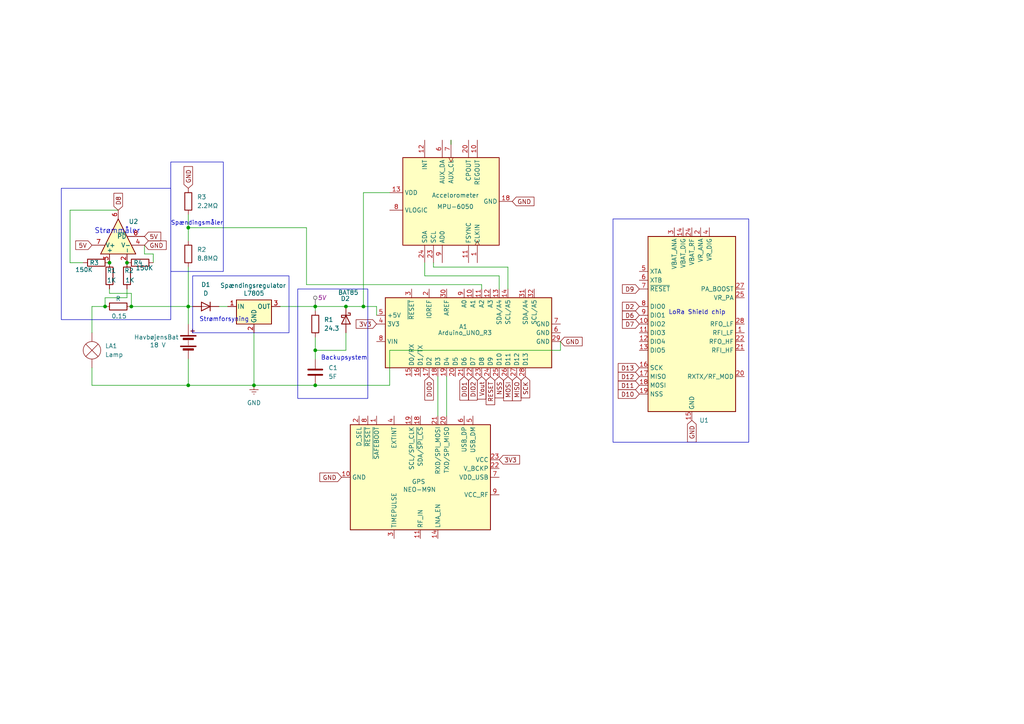
<source format=kicad_sch>
(kicad_sch
	(version 20231120)
	(generator "eeschema")
	(generator_version "8.0")
	(uuid "139331e1-30a4-44be-9971-4eea044fff0b")
	(paper "A4")
	(lib_symbols
		(symbol "ADA4898-1YRDZ_1"
			(pin_names
				(offset 0.127)
			)
			(exclude_from_sim no)
			(in_bom yes)
			(on_board yes)
			(property "Reference" "U"
				(at 3.81 3.81 0)
				(effects
					(font
						(size 1.27 1.27)
					)
				)
			)
			(property "Value" "ADA4898-1YRDZ"
				(at 11.43 -2.54 0)
				(effects
					(font
						(size 1.27 1.27)
					)
				)
			)
			(property "Footprint" "Package_SO:SOIC-8-1EP_3.9x4.9mm_P1.27mm_EP2.29x3mm"
				(at 0 -15.24 0)
				(effects
					(font
						(size 1.27 1.27)
					)
					(hide yes)
				)
			)
			(property "Datasheet" "https://www.analog.com/media/en/technical-documentation/data-sheets/ada4898-1_4898-2.pdf"
				(at 0 0 0)
				(effects
					(font
						(size 1.27 1.27)
					)
					(hide yes)
				)
			)
			(property "Description" "High Voltage, Low Noise, Low Distortion, Unity-Gain Stable, High Speed Op Amp, SOIC-8"
				(at 0 0 0)
				(effects
					(font
						(size 1.27 1.27)
					)
					(hide yes)
				)
			)
			(property "ki_keywords" "opamp single low noise low distortion"
				(at 0 0 0)
				(effects
					(font
						(size 1.27 1.27)
					)
					(hide yes)
				)
			)
			(property "ki_fp_filters" "SOIC*1EP*3.9x4.9mm*P1.27mm*"
				(at 0 0 0)
				(effects
					(font
						(size 1.27 1.27)
					)
					(hide yes)
				)
			)
			(symbol "ADA4898-1YRDZ_1_1_1"
				(polyline
					(pts
						(xy -5.08 5.08) (xy 5.08 0) (xy -5.08 -5.08) (xy -5.08 5.08)
					)
					(stroke
						(width 0.254)
						(type default)
					)
					(fill
						(type background)
					)
				)
				(pin input line
					(at -7.62 -2.54 0)
					(length 2.54)
					(name "-"
						(effects
							(font
								(size 1.27 1.27)
							)
						)
					)
					(number "2"
						(effects
							(font
								(size 1.27 1.27)
							)
						)
					)
				)
				(pin input line
					(at -7.62 2.54 0)
					(length 2.54)
					(name "+"
						(effects
							(font
								(size 1.27 1.27)
							)
						)
					)
					(number "3"
						(effects
							(font
								(size 1.27 1.27)
							)
						)
					)
				)
				(pin power_in line
					(at -2.54 -7.62 90)
					(length 3.81)
					(name "V-"
						(effects
							(font
								(size 1.27 1.27)
							)
						)
					)
					(number "4"
						(effects
							(font
								(size 1.27 1.27)
							)
						)
					)
				)
				(pin output line
					(at 7.62 0 180)
					(length 2.54)
					(name "~"
						(effects
							(font
								(size 1.27 1.27)
							)
						)
					)
					(number "6"
						(effects
							(font
								(size 1.27 1.27)
							)
						)
					)
				)
				(pin power_in line
					(at -2.54 7.62 270)
					(length 3.81)
					(name "V+"
						(effects
							(font
								(size 1.27 1.27)
							)
						)
					)
					(number "7"
						(effects
							(font
								(size 1.27 1.27)
							)
						)
					)
				)
				(pin input line
					(at 0 -7.62 90)
					(length 5.08)
					(name "~{PD}"
						(effects
							(font
								(size 1.27 1.27)
							)
						)
					)
					(number "8"
						(effects
							(font
								(size 1.27 1.27)
							)
						)
					)
				)
			)
		)
		(symbol "Device:Battery"
			(pin_numbers hide)
			(pin_names
				(offset 0) hide)
			(exclude_from_sim no)
			(in_bom yes)
			(on_board yes)
			(property "Reference" "BT"
				(at 2.54 2.54 0)
				(effects
					(font
						(size 1.27 1.27)
					)
					(justify left)
				)
			)
			(property "Value" "Battery"
				(at 2.54 0 0)
				(effects
					(font
						(size 1.27 1.27)
					)
					(justify left)
				)
			)
			(property "Footprint" ""
				(at 0 1.524 90)
				(effects
					(font
						(size 1.27 1.27)
					)
					(hide yes)
				)
			)
			(property "Datasheet" "~"
				(at 0 1.524 90)
				(effects
					(font
						(size 1.27 1.27)
					)
					(hide yes)
				)
			)
			(property "Description" "Multiple-cell battery"
				(at 0 0 0)
				(effects
					(font
						(size 1.27 1.27)
					)
					(hide yes)
				)
			)
			(property "ki_keywords" "batt voltage-source cell"
				(at 0 0 0)
				(effects
					(font
						(size 1.27 1.27)
					)
					(hide yes)
				)
			)
			(symbol "Battery_0_1"
				(rectangle
					(start -2.286 -1.27)
					(end 2.286 -1.524)
					(stroke
						(width 0)
						(type default)
					)
					(fill
						(type outline)
					)
				)
				(rectangle
					(start -2.286 1.778)
					(end 2.286 1.524)
					(stroke
						(width 0)
						(type default)
					)
					(fill
						(type outline)
					)
				)
				(rectangle
					(start -1.524 -2.032)
					(end 1.524 -2.54)
					(stroke
						(width 0)
						(type default)
					)
					(fill
						(type outline)
					)
				)
				(rectangle
					(start -1.524 1.016)
					(end 1.524 0.508)
					(stroke
						(width 0)
						(type default)
					)
					(fill
						(type outline)
					)
				)
				(polyline
					(pts
						(xy 0 -1.016) (xy 0 -0.762)
					)
					(stroke
						(width 0)
						(type default)
					)
					(fill
						(type none)
					)
				)
				(polyline
					(pts
						(xy 0 -0.508) (xy 0 -0.254)
					)
					(stroke
						(width 0)
						(type default)
					)
					(fill
						(type none)
					)
				)
				(polyline
					(pts
						(xy 0 0) (xy 0 0.254)
					)
					(stroke
						(width 0)
						(type default)
					)
					(fill
						(type none)
					)
				)
				(polyline
					(pts
						(xy 0 1.778) (xy 0 2.54)
					)
					(stroke
						(width 0)
						(type default)
					)
					(fill
						(type none)
					)
				)
				(polyline
					(pts
						(xy 0.762 3.048) (xy 1.778 3.048)
					)
					(stroke
						(width 0.254)
						(type default)
					)
					(fill
						(type none)
					)
				)
				(polyline
					(pts
						(xy 1.27 3.556) (xy 1.27 2.54)
					)
					(stroke
						(width 0.254)
						(type default)
					)
					(fill
						(type none)
					)
				)
			)
			(symbol "Battery_1_1"
				(pin passive line
					(at 0 5.08 270)
					(length 2.54)
					(name "+"
						(effects
							(font
								(size 1.27 1.27)
							)
						)
					)
					(number "1"
						(effects
							(font
								(size 1.27 1.27)
							)
						)
					)
				)
				(pin passive line
					(at 0 -5.08 90)
					(length 2.54)
					(name "-"
						(effects
							(font
								(size 1.27 1.27)
							)
						)
					)
					(number "2"
						(effects
							(font
								(size 1.27 1.27)
							)
						)
					)
				)
			)
		)
		(symbol "Device:C"
			(pin_numbers hide)
			(pin_names
				(offset 0.254)
			)
			(exclude_from_sim no)
			(in_bom yes)
			(on_board yes)
			(property "Reference" "C"
				(at 0.635 2.54 0)
				(effects
					(font
						(size 1.27 1.27)
					)
					(justify left)
				)
			)
			(property "Value" "C"
				(at 0.635 -2.54 0)
				(effects
					(font
						(size 1.27 1.27)
					)
					(justify left)
				)
			)
			(property "Footprint" ""
				(at 0.9652 -3.81 0)
				(effects
					(font
						(size 1.27 1.27)
					)
					(hide yes)
				)
			)
			(property "Datasheet" "~"
				(at 0 0 0)
				(effects
					(font
						(size 1.27 1.27)
					)
					(hide yes)
				)
			)
			(property "Description" "Unpolarized capacitor"
				(at 0 0 0)
				(effects
					(font
						(size 1.27 1.27)
					)
					(hide yes)
				)
			)
			(property "ki_keywords" "cap capacitor"
				(at 0 0 0)
				(effects
					(font
						(size 1.27 1.27)
					)
					(hide yes)
				)
			)
			(property "ki_fp_filters" "C_*"
				(at 0 0 0)
				(effects
					(font
						(size 1.27 1.27)
					)
					(hide yes)
				)
			)
			(symbol "C_0_1"
				(polyline
					(pts
						(xy -2.032 -0.762) (xy 2.032 -0.762)
					)
					(stroke
						(width 0.508)
						(type default)
					)
					(fill
						(type none)
					)
				)
				(polyline
					(pts
						(xy -2.032 0.762) (xy 2.032 0.762)
					)
					(stroke
						(width 0.508)
						(type default)
					)
					(fill
						(type none)
					)
				)
			)
			(symbol "C_1_1"
				(pin passive line
					(at 0 3.81 270)
					(length 2.794)
					(name "~"
						(effects
							(font
								(size 1.27 1.27)
							)
						)
					)
					(number "1"
						(effects
							(font
								(size 1.27 1.27)
							)
						)
					)
				)
				(pin passive line
					(at 0 -3.81 90)
					(length 2.794)
					(name "~"
						(effects
							(font
								(size 1.27 1.27)
							)
						)
					)
					(number "2"
						(effects
							(font
								(size 1.27 1.27)
							)
						)
					)
				)
			)
		)
		(symbol "Device:D"
			(pin_numbers hide)
			(pin_names
				(offset 1.016) hide)
			(exclude_from_sim no)
			(in_bom yes)
			(on_board yes)
			(property "Reference" "D"
				(at 0 2.54 0)
				(effects
					(font
						(size 1.27 1.27)
					)
				)
			)
			(property "Value" "D"
				(at 0 -2.54 0)
				(effects
					(font
						(size 1.27 1.27)
					)
				)
			)
			(property "Footprint" ""
				(at 0 0 0)
				(effects
					(font
						(size 1.27 1.27)
					)
					(hide yes)
				)
			)
			(property "Datasheet" "~"
				(at 0 0 0)
				(effects
					(font
						(size 1.27 1.27)
					)
					(hide yes)
				)
			)
			(property "Description" "Diode"
				(at 0 0 0)
				(effects
					(font
						(size 1.27 1.27)
					)
					(hide yes)
				)
			)
			(property "Sim.Device" "D"
				(at 0 0 0)
				(effects
					(font
						(size 1.27 1.27)
					)
					(hide yes)
				)
			)
			(property "Sim.Pins" "1=K 2=A"
				(at 0 0 0)
				(effects
					(font
						(size 1.27 1.27)
					)
					(hide yes)
				)
			)
			(property "ki_keywords" "diode"
				(at 0 0 0)
				(effects
					(font
						(size 1.27 1.27)
					)
					(hide yes)
				)
			)
			(property "ki_fp_filters" "TO-???* *_Diode_* *SingleDiode* D_*"
				(at 0 0 0)
				(effects
					(font
						(size 1.27 1.27)
					)
					(hide yes)
				)
			)
			(symbol "D_0_1"
				(polyline
					(pts
						(xy -1.27 1.27) (xy -1.27 -1.27)
					)
					(stroke
						(width 0.254)
						(type default)
					)
					(fill
						(type none)
					)
				)
				(polyline
					(pts
						(xy 1.27 0) (xy -1.27 0)
					)
					(stroke
						(width 0)
						(type default)
					)
					(fill
						(type none)
					)
				)
				(polyline
					(pts
						(xy 1.27 1.27) (xy 1.27 -1.27) (xy -1.27 0) (xy 1.27 1.27)
					)
					(stroke
						(width 0.254)
						(type default)
					)
					(fill
						(type none)
					)
				)
			)
			(symbol "D_1_1"
				(pin passive line
					(at -3.81 0 0)
					(length 2.54)
					(name "K"
						(effects
							(font
								(size 1.27 1.27)
							)
						)
					)
					(number "1"
						(effects
							(font
								(size 1.27 1.27)
							)
						)
					)
				)
				(pin passive line
					(at 3.81 0 180)
					(length 2.54)
					(name "A"
						(effects
							(font
								(size 1.27 1.27)
							)
						)
					)
					(number "2"
						(effects
							(font
								(size 1.27 1.27)
							)
						)
					)
				)
			)
		)
		(symbol "Device:Lamp"
			(pin_numbers hide)
			(pin_names
				(offset 0.0254) hide)
			(exclude_from_sim no)
			(in_bom yes)
			(on_board yes)
			(property "Reference" "LA"
				(at 0.635 3.81 0)
				(effects
					(font
						(size 1.27 1.27)
					)
					(justify left)
				)
			)
			(property "Value" "Lamp"
				(at 0.635 -3.81 0)
				(effects
					(font
						(size 1.27 1.27)
					)
					(justify left)
				)
			)
			(property "Footprint" ""
				(at 0 2.54 90)
				(effects
					(font
						(size 1.27 1.27)
					)
					(hide yes)
				)
			)
			(property "Datasheet" "~"
				(at 0 2.54 90)
				(effects
					(font
						(size 1.27 1.27)
					)
					(hide yes)
				)
			)
			(property "Description" "Lamp"
				(at 0 0 0)
				(effects
					(font
						(size 1.27 1.27)
					)
					(hide yes)
				)
			)
			(property "ki_keywords" "lamp"
				(at 0 0 0)
				(effects
					(font
						(size 1.27 1.27)
					)
					(hide yes)
				)
			)
			(symbol "Lamp_0_1"
				(polyline
					(pts
						(xy -1.778 1.778) (xy 1.778 -1.778)
					)
					(stroke
						(width 0)
						(type default)
					)
					(fill
						(type none)
					)
				)
				(polyline
					(pts
						(xy 1.778 1.778) (xy -1.778 -1.778)
					)
					(stroke
						(width 0)
						(type default)
					)
					(fill
						(type none)
					)
				)
				(circle
					(center 0 0)
					(radius 2.54)
					(stroke
						(width 0)
						(type default)
					)
					(fill
						(type none)
					)
				)
			)
			(symbol "Lamp_1_1"
				(pin passive line
					(at 0 -5.08 90)
					(length 2.54)
					(name "-"
						(effects
							(font
								(size 1.27 1.27)
							)
						)
					)
					(number "1"
						(effects
							(font
								(size 1.27 1.27)
							)
						)
					)
				)
				(pin passive line
					(at 0 5.08 270)
					(length 2.54)
					(name "+"
						(effects
							(font
								(size 1.27 1.27)
							)
						)
					)
					(number "2"
						(effects
							(font
								(size 1.27 1.27)
							)
						)
					)
				)
			)
		)
		(symbol "Device:R"
			(pin_numbers hide)
			(pin_names
				(offset 0)
			)
			(exclude_from_sim no)
			(in_bom yes)
			(on_board yes)
			(property "Reference" "R"
				(at 2.032 0 90)
				(effects
					(font
						(size 1.27 1.27)
					)
				)
			)
			(property "Value" "R"
				(at 0 0 90)
				(effects
					(font
						(size 1.27 1.27)
					)
				)
			)
			(property "Footprint" ""
				(at -1.778 0 90)
				(effects
					(font
						(size 1.27 1.27)
					)
					(hide yes)
				)
			)
			(property "Datasheet" "~"
				(at 0 0 0)
				(effects
					(font
						(size 1.27 1.27)
					)
					(hide yes)
				)
			)
			(property "Description" "Resistor"
				(at 0 0 0)
				(effects
					(font
						(size 1.27 1.27)
					)
					(hide yes)
				)
			)
			(property "ki_keywords" "R res resistor"
				(at 0 0 0)
				(effects
					(font
						(size 1.27 1.27)
					)
					(hide yes)
				)
			)
			(property "ki_fp_filters" "R_*"
				(at 0 0 0)
				(effects
					(font
						(size 1.27 1.27)
					)
					(hide yes)
				)
			)
			(symbol "R_0_1"
				(rectangle
					(start -1.016 -2.54)
					(end 1.016 2.54)
					(stroke
						(width 0.254)
						(type default)
					)
					(fill
						(type none)
					)
				)
			)
			(symbol "R_1_1"
				(pin passive line
					(at 0 3.81 270)
					(length 1.27)
					(name "~"
						(effects
							(font
								(size 1.27 1.27)
							)
						)
					)
					(number "1"
						(effects
							(font
								(size 1.27 1.27)
							)
						)
					)
				)
				(pin passive line
					(at 0 -3.81 90)
					(length 1.27)
					(name "~"
						(effects
							(font
								(size 1.27 1.27)
							)
						)
					)
					(number "2"
						(effects
							(font
								(size 1.27 1.27)
							)
						)
					)
				)
			)
		)
		(symbol "Diode:BAT85"
			(pin_numbers hide)
			(pin_names
				(offset 1.016) hide)
			(exclude_from_sim no)
			(in_bom yes)
			(on_board yes)
			(property "Reference" "D"
				(at 0 2.54 0)
				(effects
					(font
						(size 1.27 1.27)
					)
				)
			)
			(property "Value" "BAT85"
				(at 0 -2.54 0)
				(effects
					(font
						(size 1.27 1.27)
					)
				)
			)
			(property "Footprint" "Diode_THT:D_DO-35_SOD27_P7.62mm_Horizontal"
				(at 0 -4.445 0)
				(effects
					(font
						(size 1.27 1.27)
					)
					(hide yes)
				)
			)
			(property "Datasheet" "https://assets.nexperia.com/documents/data-sheet/BAT85.pdf"
				(at 0 0 0)
				(effects
					(font
						(size 1.27 1.27)
					)
					(hide yes)
				)
			)
			(property "Description" "30V 0.2A Schottky barrier single diode, DO-35"
				(at 0 0 0)
				(effects
					(font
						(size 1.27 1.27)
					)
					(hide yes)
				)
			)
			(property "ki_keywords" "diode Schottky"
				(at 0 0 0)
				(effects
					(font
						(size 1.27 1.27)
					)
					(hide yes)
				)
			)
			(property "ki_fp_filters" "D*DO?35*"
				(at 0 0 0)
				(effects
					(font
						(size 1.27 1.27)
					)
					(hide yes)
				)
			)
			(symbol "BAT85_0_1"
				(polyline
					(pts
						(xy 1.27 0) (xy -1.27 0)
					)
					(stroke
						(width 0)
						(type default)
					)
					(fill
						(type none)
					)
				)
				(polyline
					(pts
						(xy 1.27 1.27) (xy 1.27 -1.27) (xy -1.27 0) (xy 1.27 1.27)
					)
					(stroke
						(width 0.254)
						(type default)
					)
					(fill
						(type none)
					)
				)
				(polyline
					(pts
						(xy -1.905 0.635) (xy -1.905 1.27) (xy -1.27 1.27) (xy -1.27 -1.27) (xy -0.635 -1.27) (xy -0.635 -0.635)
					)
					(stroke
						(width 0.254)
						(type default)
					)
					(fill
						(type none)
					)
				)
			)
			(symbol "BAT85_1_1"
				(pin passive line
					(at -3.81 0 0)
					(length 2.54)
					(name "K"
						(effects
							(font
								(size 1.27 1.27)
							)
						)
					)
					(number "1"
						(effects
							(font
								(size 1.27 1.27)
							)
						)
					)
				)
				(pin passive line
					(at 3.81 0 180)
					(length 2.54)
					(name "A"
						(effects
							(font
								(size 1.27 1.27)
							)
						)
					)
					(number "2"
						(effects
							(font
								(size 1.27 1.27)
							)
						)
					)
				)
			)
		)
		(symbol "MCU_Module:Arduino_UNO_R3"
			(exclude_from_sim no)
			(in_bom yes)
			(on_board yes)
			(property "Reference" "A"
				(at -10.16 23.495 0)
				(effects
					(font
						(size 1.27 1.27)
					)
					(justify left bottom)
				)
			)
			(property "Value" "Arduino_UNO_R3"
				(at 5.08 -26.67 0)
				(effects
					(font
						(size 1.27 1.27)
					)
					(justify left top)
				)
			)
			(property "Footprint" "Module:Arduino_UNO_R3"
				(at 0 0 0)
				(effects
					(font
						(size 1.27 1.27)
						(italic yes)
					)
					(hide yes)
				)
			)
			(property "Datasheet" "https://www.arduino.cc/en/Main/arduinoBoardUno"
				(at 0 0 0)
				(effects
					(font
						(size 1.27 1.27)
					)
					(hide yes)
				)
			)
			(property "Description" "Arduino UNO Microcontroller Module, release 3"
				(at 0 0 0)
				(effects
					(font
						(size 1.27 1.27)
					)
					(hide yes)
				)
			)
			(property "ki_keywords" "Arduino UNO R3 Microcontroller Module Atmel AVR USB"
				(at 0 0 0)
				(effects
					(font
						(size 1.27 1.27)
					)
					(hide yes)
				)
			)
			(property "ki_fp_filters" "Arduino*UNO*R3*"
				(at 0 0 0)
				(effects
					(font
						(size 1.27 1.27)
					)
					(hide yes)
				)
			)
			(symbol "Arduino_UNO_R3_0_1"
				(rectangle
					(start -10.16 22.86)
					(end 10.16 -25.4)
					(stroke
						(width 0.254)
						(type default)
					)
					(fill
						(type background)
					)
				)
			)
			(symbol "Arduino_UNO_R3_1_1"
				(pin no_connect line
					(at -10.16 -20.32 0)
					(length 2.54) hide
					(name "NC"
						(effects
							(font
								(size 1.27 1.27)
							)
						)
					)
					(number "1"
						(effects
							(font
								(size 1.27 1.27)
							)
						)
					)
				)
				(pin bidirectional line
					(at 12.7 -2.54 180)
					(length 2.54)
					(name "A1"
						(effects
							(font
								(size 1.27 1.27)
							)
						)
					)
					(number "10"
						(effects
							(font
								(size 1.27 1.27)
							)
						)
					)
				)
				(pin bidirectional line
					(at 12.7 -5.08 180)
					(length 2.54)
					(name "A2"
						(effects
							(font
								(size 1.27 1.27)
							)
						)
					)
					(number "11"
						(effects
							(font
								(size 1.27 1.27)
							)
						)
					)
				)
				(pin bidirectional line
					(at 12.7 -7.62 180)
					(length 2.54)
					(name "A3"
						(effects
							(font
								(size 1.27 1.27)
							)
						)
					)
					(number "12"
						(effects
							(font
								(size 1.27 1.27)
							)
						)
					)
				)
				(pin bidirectional line
					(at 12.7 -10.16 180)
					(length 2.54)
					(name "SDA/A4"
						(effects
							(font
								(size 1.27 1.27)
							)
						)
					)
					(number "13"
						(effects
							(font
								(size 1.27 1.27)
							)
						)
					)
				)
				(pin bidirectional line
					(at 12.7 -12.7 180)
					(length 2.54)
					(name "SCL/A5"
						(effects
							(font
								(size 1.27 1.27)
							)
						)
					)
					(number "14"
						(effects
							(font
								(size 1.27 1.27)
							)
						)
					)
				)
				(pin bidirectional line
					(at -12.7 15.24 0)
					(length 2.54)
					(name "D0/RX"
						(effects
							(font
								(size 1.27 1.27)
							)
						)
					)
					(number "15"
						(effects
							(font
								(size 1.27 1.27)
							)
						)
					)
				)
				(pin bidirectional line
					(at -12.7 12.7 0)
					(length 2.54)
					(name "D1/TX"
						(effects
							(font
								(size 1.27 1.27)
							)
						)
					)
					(number "16"
						(effects
							(font
								(size 1.27 1.27)
							)
						)
					)
				)
				(pin bidirectional line
					(at -12.7 10.16 0)
					(length 2.54)
					(name "D2"
						(effects
							(font
								(size 1.27 1.27)
							)
						)
					)
					(number "17"
						(effects
							(font
								(size 1.27 1.27)
							)
						)
					)
				)
				(pin bidirectional line
					(at -12.7 7.62 0)
					(length 2.54)
					(name "D3"
						(effects
							(font
								(size 1.27 1.27)
							)
						)
					)
					(number "18"
						(effects
							(font
								(size 1.27 1.27)
							)
						)
					)
				)
				(pin bidirectional line
					(at -12.7 5.08 0)
					(length 2.54)
					(name "D4"
						(effects
							(font
								(size 1.27 1.27)
							)
						)
					)
					(number "19"
						(effects
							(font
								(size 1.27 1.27)
							)
						)
					)
				)
				(pin output line
					(at 12.7 10.16 180)
					(length 2.54)
					(name "IOREF"
						(effects
							(font
								(size 1.27 1.27)
							)
						)
					)
					(number "2"
						(effects
							(font
								(size 1.27 1.27)
							)
						)
					)
				)
				(pin bidirectional line
					(at -12.7 2.54 0)
					(length 2.54)
					(name "D5"
						(effects
							(font
								(size 1.27 1.27)
							)
						)
					)
					(number "20"
						(effects
							(font
								(size 1.27 1.27)
							)
						)
					)
				)
				(pin bidirectional line
					(at -12.7 0 0)
					(length 2.54)
					(name "D6"
						(effects
							(font
								(size 1.27 1.27)
							)
						)
					)
					(number "21"
						(effects
							(font
								(size 1.27 1.27)
							)
						)
					)
				)
				(pin bidirectional line
					(at -12.7 -2.54 0)
					(length 2.54)
					(name "D7"
						(effects
							(font
								(size 1.27 1.27)
							)
						)
					)
					(number "22"
						(effects
							(font
								(size 1.27 1.27)
							)
						)
					)
				)
				(pin bidirectional line
					(at -12.7 -5.08 0)
					(length 2.54)
					(name "D8"
						(effects
							(font
								(size 1.27 1.27)
							)
						)
					)
					(number "23"
						(effects
							(font
								(size 1.27 1.27)
							)
						)
					)
				)
				(pin bidirectional line
					(at -12.7 -7.62 0)
					(length 2.54)
					(name "D9"
						(effects
							(font
								(size 1.27 1.27)
							)
						)
					)
					(number "24"
						(effects
							(font
								(size 1.27 1.27)
							)
						)
					)
				)
				(pin bidirectional line
					(at -12.7 -10.16 0)
					(length 2.54)
					(name "D10"
						(effects
							(font
								(size 1.27 1.27)
							)
						)
					)
					(number "25"
						(effects
							(font
								(size 1.27 1.27)
							)
						)
					)
				)
				(pin bidirectional line
					(at -12.7 -12.7 0)
					(length 2.54)
					(name "D11"
						(effects
							(font
								(size 1.27 1.27)
							)
						)
					)
					(number "26"
						(effects
							(font
								(size 1.27 1.27)
							)
						)
					)
				)
				(pin bidirectional line
					(at -12.7 -15.24 0)
					(length 2.54)
					(name "D12"
						(effects
							(font
								(size 1.27 1.27)
							)
						)
					)
					(number "27"
						(effects
							(font
								(size 1.27 1.27)
							)
						)
					)
				)
				(pin bidirectional line
					(at -12.7 -17.78 0)
					(length 2.54)
					(name "D13"
						(effects
							(font
								(size 1.27 1.27)
							)
						)
					)
					(number "28"
						(effects
							(font
								(size 1.27 1.27)
							)
						)
					)
				)
				(pin power_in line
					(at -2.54 -27.94 90)
					(length 2.54)
					(name "GND"
						(effects
							(font
								(size 1.27 1.27)
							)
						)
					)
					(number "29"
						(effects
							(font
								(size 1.27 1.27)
							)
						)
					)
				)
				(pin input line
					(at 12.7 15.24 180)
					(length 2.54)
					(name "~{RESET}"
						(effects
							(font
								(size 1.27 1.27)
							)
						)
					)
					(number "3"
						(effects
							(font
								(size 1.27 1.27)
							)
						)
					)
				)
				(pin input line
					(at 12.7 5.08 180)
					(length 2.54)
					(name "AREF"
						(effects
							(font
								(size 1.27 1.27)
							)
						)
					)
					(number "30"
						(effects
							(font
								(size 1.27 1.27)
							)
						)
					)
				)
				(pin bidirectional line
					(at 12.7 -17.78 180)
					(length 2.54)
					(name "SDA/A4"
						(effects
							(font
								(size 1.27 1.27)
							)
						)
					)
					(number "31"
						(effects
							(font
								(size 1.27 1.27)
							)
						)
					)
				)
				(pin bidirectional line
					(at 12.7 -20.32 180)
					(length 2.54)
					(name "SCL/A5"
						(effects
							(font
								(size 1.27 1.27)
							)
						)
					)
					(number "32"
						(effects
							(font
								(size 1.27 1.27)
							)
						)
					)
				)
				(pin power_out line
					(at 2.54 25.4 270)
					(length 2.54)
					(name "3V3"
						(effects
							(font
								(size 1.27 1.27)
							)
						)
					)
					(number "4"
						(effects
							(font
								(size 1.27 1.27)
							)
						)
					)
				)
				(pin power_out line
					(at 5.08 25.4 270)
					(length 2.54)
					(name "+5V"
						(effects
							(font
								(size 1.27 1.27)
							)
						)
					)
					(number "5"
						(effects
							(font
								(size 1.27 1.27)
							)
						)
					)
				)
				(pin power_in line
					(at 0 -27.94 90)
					(length 2.54)
					(name "GND"
						(effects
							(font
								(size 1.27 1.27)
							)
						)
					)
					(number "6"
						(effects
							(font
								(size 1.27 1.27)
							)
						)
					)
				)
				(pin power_in line
					(at 2.54 -27.94 90)
					(length 2.54)
					(name "GND"
						(effects
							(font
								(size 1.27 1.27)
							)
						)
					)
					(number "7"
						(effects
							(font
								(size 1.27 1.27)
							)
						)
					)
				)
				(pin power_in line
					(at -2.54 25.4 270)
					(length 2.54)
					(name "VIN"
						(effects
							(font
								(size 1.27 1.27)
							)
						)
					)
					(number "8"
						(effects
							(font
								(size 1.27 1.27)
							)
						)
					)
				)
				(pin bidirectional line
					(at 12.7 0 180)
					(length 2.54)
					(name "A0"
						(effects
							(font
								(size 1.27 1.27)
							)
						)
					)
					(number "9"
						(effects
							(font
								(size 1.27 1.27)
							)
						)
					)
				)
			)
		)
		(symbol "RF:SX1276"
			(exclude_from_sim no)
			(in_bom yes)
			(on_board yes)
			(property "Reference" "U"
				(at 13.97 24.13 0)
				(effects
					(font
						(size 1.27 1.27)
					)
					(justify left)
				)
			)
			(property "Value" "SX1276"
				(at 13.97 21.59 0)
				(effects
					(font
						(size 1.27 1.27)
					)
					(justify left)
				)
			)
			(property "Footprint" "Package_DFN_QFN:QFN-28-1EP_6x6mm_P0.65mm_EP4.8x4.8mm"
				(at 0 -7.62 0)
				(effects
					(font
						(size 1.27 1.27)
					)
					(hide yes)
				)
			)
			(property "Datasheet" "https://semtech.my.salesforce.com/sfc/p/#E0000000JelG/a/2R0000001Rbr/6EfVZUorrpoKFfvaF_Fkpgp5kzjiNyiAbqcpqh9qSjE"
				(at 0 -5.08 0)
				(effects
					(font
						(size 1.27 1.27)
					)
					(hide yes)
				)
			)
			(property "Description" "137 MHz to 1020 MHz Low Power Long Range Transceiver, spreading factor from 6 to 12, LoRA, QFN-28"
				(at 0 0 0)
				(effects
					(font
						(size 1.27 1.27)
					)
					(hide yes)
				)
			)
			(property "ki_keywords" "low-power lora transceiver"
				(at 0 0 0)
				(effects
					(font
						(size 1.27 1.27)
					)
					(hide yes)
				)
			)
			(property "ki_fp_filters" "QFN*1EP*6x6mm*P0.65mm*"
				(at 0 0 0)
				(effects
					(font
						(size 1.27 1.27)
					)
					(hide yes)
				)
			)
			(symbol "SX1276_0_1"
				(rectangle
					(start -12.7 25.4)
					(end 12.7 -25.4)
					(stroke
						(width 0.254)
						(type default)
					)
					(fill
						(type background)
					)
				)
			)
			(symbol "SX1276_1_1"
				(pin input line
					(at 15.24 -2.54 180)
					(length 2.54)
					(name "RFI_LF"
						(effects
							(font
								(size 1.27 1.27)
							)
						)
					)
					(number "1"
						(effects
							(font
								(size 1.27 1.27)
							)
						)
					)
				)
				(pin bidirectional line
					(at -15.24 0 0)
					(length 2.54)
					(name "DIO2"
						(effects
							(font
								(size 1.27 1.27)
							)
						)
					)
					(number "10"
						(effects
							(font
								(size 1.27 1.27)
							)
						)
					)
				)
				(pin bidirectional line
					(at -15.24 -2.54 0)
					(length 2.54)
					(name "DIO3"
						(effects
							(font
								(size 1.27 1.27)
							)
						)
					)
					(number "11"
						(effects
							(font
								(size 1.27 1.27)
							)
						)
					)
				)
				(pin bidirectional line
					(at -15.24 -5.08 0)
					(length 2.54)
					(name "DIO4"
						(effects
							(font
								(size 1.27 1.27)
							)
						)
					)
					(number "12"
						(effects
							(font
								(size 1.27 1.27)
							)
						)
					)
				)
				(pin bidirectional line
					(at -15.24 -7.62 0)
					(length 2.54)
					(name "DIO5"
						(effects
							(font
								(size 1.27 1.27)
							)
						)
					)
					(number "13"
						(effects
							(font
								(size 1.27 1.27)
							)
						)
					)
				)
				(pin power_in line
					(at -2.54 27.94 270)
					(length 2.54)
					(name "VBAT_DIG"
						(effects
							(font
								(size 1.27 1.27)
							)
						)
					)
					(number "14"
						(effects
							(font
								(size 1.27 1.27)
							)
						)
					)
				)
				(pin power_in line
					(at 0 -27.94 90)
					(length 2.54)
					(name "GND"
						(effects
							(font
								(size 1.27 1.27)
							)
						)
					)
					(number "15"
						(effects
							(font
								(size 1.27 1.27)
							)
						)
					)
				)
				(pin input line
					(at -15.24 -12.7 0)
					(length 2.54)
					(name "SCK"
						(effects
							(font
								(size 1.27 1.27)
							)
						)
					)
					(number "16"
						(effects
							(font
								(size 1.27 1.27)
							)
						)
					)
				)
				(pin output line
					(at -15.24 -15.24 0)
					(length 2.54)
					(name "MISO"
						(effects
							(font
								(size 1.27 1.27)
							)
						)
					)
					(number "17"
						(effects
							(font
								(size 1.27 1.27)
							)
						)
					)
				)
				(pin input line
					(at -15.24 -17.78 0)
					(length 2.54)
					(name "MOSI"
						(effects
							(font
								(size 1.27 1.27)
							)
						)
					)
					(number "18"
						(effects
							(font
								(size 1.27 1.27)
							)
						)
					)
				)
				(pin input line
					(at -15.24 -20.32 0)
					(length 2.54)
					(name "NSS"
						(effects
							(font
								(size 1.27 1.27)
							)
						)
					)
					(number "19"
						(effects
							(font
								(size 1.27 1.27)
							)
						)
					)
				)
				(pin power_in line
					(at 2.54 27.94 270)
					(length 2.54)
					(name "VR_ANA"
						(effects
							(font
								(size 1.27 1.27)
							)
						)
					)
					(number "2"
						(effects
							(font
								(size 1.27 1.27)
							)
						)
					)
				)
				(pin output line
					(at 15.24 -15.24 180)
					(length 2.54)
					(name "RXTX/RF_MOD"
						(effects
							(font
								(size 1.27 1.27)
							)
						)
					)
					(number "20"
						(effects
							(font
								(size 1.27 1.27)
							)
						)
					)
				)
				(pin input line
					(at 15.24 -7.62 180)
					(length 2.54)
					(name "RFI_HF"
						(effects
							(font
								(size 1.27 1.27)
							)
						)
					)
					(number "21"
						(effects
							(font
								(size 1.27 1.27)
							)
						)
					)
				)
				(pin output line
					(at 15.24 -5.08 180)
					(length 2.54)
					(name "RFO_HF"
						(effects
							(font
								(size 1.27 1.27)
							)
						)
					)
					(number "22"
						(effects
							(font
								(size 1.27 1.27)
							)
						)
					)
				)
				(pin passive line
					(at 0 -27.94 90)
					(length 2.54) hide
					(name "GND"
						(effects
							(font
								(size 1.27 1.27)
							)
						)
					)
					(number "23"
						(effects
							(font
								(size 1.27 1.27)
							)
						)
					)
				)
				(pin power_in line
					(at 0 27.94 270)
					(length 2.54)
					(name "VBAT_RF"
						(effects
							(font
								(size 1.27 1.27)
							)
						)
					)
					(number "24"
						(effects
							(font
								(size 1.27 1.27)
							)
						)
					)
				)
				(pin power_out line
					(at 15.24 7.62 180)
					(length 2.54)
					(name "VR_PA"
						(effects
							(font
								(size 1.27 1.27)
							)
						)
					)
					(number "25"
						(effects
							(font
								(size 1.27 1.27)
							)
						)
					)
				)
				(pin passive line
					(at 0 -27.94 90)
					(length 2.54) hide
					(name "GND"
						(effects
							(font
								(size 1.27 1.27)
							)
						)
					)
					(number "26"
						(effects
							(font
								(size 1.27 1.27)
							)
						)
					)
				)
				(pin power_out line
					(at 15.24 10.16 180)
					(length 2.54)
					(name "PA_BOOST"
						(effects
							(font
								(size 1.27 1.27)
							)
						)
					)
					(number "27"
						(effects
							(font
								(size 1.27 1.27)
							)
						)
					)
				)
				(pin output line
					(at 15.24 0 180)
					(length 2.54)
					(name "RFO_LF"
						(effects
							(font
								(size 1.27 1.27)
							)
						)
					)
					(number "28"
						(effects
							(font
								(size 1.27 1.27)
							)
						)
					)
				)
				(pin passive line
					(at 0 -27.94 90)
					(length 2.54) hide
					(name "GND"
						(effects
							(font
								(size 1.27 1.27)
							)
						)
					)
					(number "29"
						(effects
							(font
								(size 1.27 1.27)
							)
						)
					)
				)
				(pin power_in line
					(at -5.08 27.94 270)
					(length 2.54)
					(name "VBAT_ANA"
						(effects
							(font
								(size 1.27 1.27)
							)
						)
					)
					(number "3"
						(effects
							(font
								(size 1.27 1.27)
							)
						)
					)
				)
				(pin power_in line
					(at 5.08 27.94 270)
					(length 2.54)
					(name "VR_DIG"
						(effects
							(font
								(size 1.27 1.27)
							)
						)
					)
					(number "4"
						(effects
							(font
								(size 1.27 1.27)
							)
						)
					)
				)
				(pin bidirectional line
					(at -15.24 15.24 0)
					(length 2.54)
					(name "XTA"
						(effects
							(font
								(size 1.27 1.27)
							)
						)
					)
					(number "5"
						(effects
							(font
								(size 1.27 1.27)
							)
						)
					)
				)
				(pin bidirectional line
					(at -15.24 12.7 0)
					(length 2.54)
					(name "XTB"
						(effects
							(font
								(size 1.27 1.27)
							)
						)
					)
					(number "6"
						(effects
							(font
								(size 1.27 1.27)
							)
						)
					)
				)
				(pin input line
					(at -15.24 10.16 0)
					(length 2.54)
					(name "~{RESET}"
						(effects
							(font
								(size 1.27 1.27)
							)
						)
					)
					(number "7"
						(effects
							(font
								(size 1.27 1.27)
							)
						)
					)
				)
				(pin bidirectional line
					(at -15.24 5.08 0)
					(length 2.54)
					(name "DIO0"
						(effects
							(font
								(size 1.27 1.27)
							)
						)
					)
					(number "8"
						(effects
							(font
								(size 1.27 1.27)
							)
						)
					)
				)
				(pin bidirectional line
					(at -15.24 2.54 0)
					(length 2.54)
					(name "DIO1"
						(effects
							(font
								(size 1.27 1.27)
							)
						)
					)
					(number "9"
						(effects
							(font
								(size 1.27 1.27)
							)
						)
					)
				)
			)
		)
		(symbol "RF_GPS:NEO-M9N"
			(exclude_from_sim no)
			(in_bom yes)
			(on_board yes)
			(property "Reference" "U"
				(at -13.97 21.59 0)
				(effects
					(font
						(size 1.27 1.27)
					)
				)
			)
			(property "Value" "NEO-M9N"
				(at 11.43 21.59 0)
				(effects
					(font
						(size 1.27 1.27)
					)
				)
			)
			(property "Footprint" "RF_GPS:ublox_NEO"
				(at 10.16 -21.59 0)
				(effects
					(font
						(size 1.27 1.27)
					)
					(hide yes)
				)
			)
			(property "Datasheet" "https://www.u-blox.com/sites/default/files/NEO-M9N-00B_DataSheet_UBX-19014285.pdf"
				(at 0 0 0)
				(effects
					(font
						(size 1.27 1.27)
					)
					(hide yes)
				)
			)
			(property "Description" "GNSS Module NEO M8, VCC 2.7V to 3.6V"
				(at 0 0 0)
				(effects
					(font
						(size 1.27 1.27)
					)
					(hide yes)
				)
			)
			(property "ki_keywords" "ublox GPS GNSS module"
				(at 0 0 0)
				(effects
					(font
						(size 1.27 1.27)
					)
					(hide yes)
				)
			)
			(property "ki_fp_filters" "ublox*NEO*"
				(at 0 0 0)
				(effects
					(font
						(size 1.27 1.27)
					)
					(hide yes)
				)
			)
			(symbol "NEO-M9N_0_1"
				(rectangle
					(start -15.24 20.32)
					(end 15.24 -20.32)
					(stroke
						(width 0.254)
						(type default)
					)
					(fill
						(type background)
					)
				)
			)
			(symbol "NEO-M9N_1_1"
				(pin input line
					(at -17.78 -12.7 0)
					(length 2.54)
					(name "~{SAFEBOOT}"
						(effects
							(font
								(size 1.27 1.27)
							)
						)
					)
					(number "1"
						(effects
							(font
								(size 1.27 1.27)
							)
						)
					)
				)
				(pin power_in line
					(at 0 -22.86 90)
					(length 2.54)
					(name "GND"
						(effects
							(font
								(size 1.27 1.27)
							)
						)
					)
					(number "10"
						(effects
							(font
								(size 1.27 1.27)
							)
						)
					)
				)
				(pin input line
					(at 17.78 0 180)
					(length 2.54)
					(name "RF_IN"
						(effects
							(font
								(size 1.27 1.27)
							)
						)
					)
					(number "11"
						(effects
							(font
								(size 1.27 1.27)
							)
						)
					)
				)
				(pin passive line
					(at 0 -22.86 90)
					(length 2.54) hide
					(name "GND"
						(effects
							(font
								(size 1.27 1.27)
							)
						)
					)
					(number "12"
						(effects
							(font
								(size 1.27 1.27)
							)
						)
					)
				)
				(pin passive line
					(at 0 -22.86 90)
					(length 2.54) hide
					(name "GND"
						(effects
							(font
								(size 1.27 1.27)
							)
						)
					)
					(number "13"
						(effects
							(font
								(size 1.27 1.27)
							)
						)
					)
				)
				(pin output line
					(at 17.78 5.08 180)
					(length 2.54)
					(name "LNA_EN"
						(effects
							(font
								(size 1.27 1.27)
							)
						)
					)
					(number "14"
						(effects
							(font
								(size 1.27 1.27)
							)
						)
					)
				)
				(pin no_connect line
					(at 15.24 -10.16 180)
					(length 2.54) hide
					(name "RESERVED"
						(effects
							(font
								(size 1.27 1.27)
							)
						)
					)
					(number "15"
						(effects
							(font
								(size 1.27 1.27)
							)
						)
					)
				)
				(pin no_connect line
					(at 15.24 -12.7 180)
					(length 2.54) hide
					(name "RESERVED"
						(effects
							(font
								(size 1.27 1.27)
							)
						)
					)
					(number "16"
						(effects
							(font
								(size 1.27 1.27)
							)
						)
					)
				)
				(pin no_connect line
					(at 15.24 -15.24 180)
					(length 2.54) hide
					(name "RESERVED"
						(effects
							(font
								(size 1.27 1.27)
							)
						)
					)
					(number "17"
						(effects
							(font
								(size 1.27 1.27)
							)
						)
					)
				)
				(pin bidirectional line
					(at -17.78 0 0)
					(length 2.54)
					(name "SDA/~{SPI_CS}"
						(effects
							(font
								(size 1.27 1.27)
							)
						)
					)
					(number "18"
						(effects
							(font
								(size 1.27 1.27)
							)
						)
					)
				)
				(pin input line
					(at -17.78 -2.54 0)
					(length 2.54)
					(name "SCL/SPI_CLK"
						(effects
							(font
								(size 1.27 1.27)
							)
						)
					)
					(number "19"
						(effects
							(font
								(size 1.27 1.27)
							)
						)
					)
				)
				(pin input line
					(at -17.78 -17.78 0)
					(length 2.54)
					(name "D_SEL"
						(effects
							(font
								(size 1.27 1.27)
							)
						)
					)
					(number "2"
						(effects
							(font
								(size 1.27 1.27)
							)
						)
					)
				)
				(pin output line
					(at -17.78 7.62 0)
					(length 2.54)
					(name "TXD/SPI_MISO"
						(effects
							(font
								(size 1.27 1.27)
							)
						)
					)
					(number "20"
						(effects
							(font
								(size 1.27 1.27)
							)
						)
					)
				)
				(pin input line
					(at -17.78 5.08 0)
					(length 2.54)
					(name "RXD/SPI_MOSI"
						(effects
							(font
								(size 1.27 1.27)
							)
						)
					)
					(number "21"
						(effects
							(font
								(size 1.27 1.27)
							)
						)
					)
				)
				(pin power_in line
					(at -2.54 22.86 270)
					(length 2.54)
					(name "V_BCKP"
						(effects
							(font
								(size 1.27 1.27)
							)
						)
					)
					(number "22"
						(effects
							(font
								(size 1.27 1.27)
							)
						)
					)
				)
				(pin power_in line
					(at -5.08 22.86 270)
					(length 2.54)
					(name "VCC"
						(effects
							(font
								(size 1.27 1.27)
							)
						)
					)
					(number "23"
						(effects
							(font
								(size 1.27 1.27)
							)
						)
					)
				)
				(pin passive line
					(at 0 -22.86 90)
					(length 2.54) hide
					(name "GND"
						(effects
							(font
								(size 1.27 1.27)
							)
						)
					)
					(number "24"
						(effects
							(font
								(size 1.27 1.27)
							)
						)
					)
				)
				(pin output line
					(at 17.78 -7.62 180)
					(length 2.54)
					(name "TIMEPULSE"
						(effects
							(font
								(size 1.27 1.27)
							)
						)
					)
					(number "3"
						(effects
							(font
								(size 1.27 1.27)
							)
						)
					)
				)
				(pin input line
					(at -17.78 -7.62 0)
					(length 2.54)
					(name "EXTINT"
						(effects
							(font
								(size 1.27 1.27)
							)
						)
					)
					(number "4"
						(effects
							(font
								(size 1.27 1.27)
							)
						)
					)
				)
				(pin bidirectional line
					(at -17.78 15.24 0)
					(length 2.54)
					(name "USB_DM"
						(effects
							(font
								(size 1.27 1.27)
							)
						)
					)
					(number "5"
						(effects
							(font
								(size 1.27 1.27)
							)
						)
					)
				)
				(pin bidirectional line
					(at -17.78 12.7 0)
					(length 2.54)
					(name "USB_DP"
						(effects
							(font
								(size 1.27 1.27)
							)
						)
					)
					(number "6"
						(effects
							(font
								(size 1.27 1.27)
							)
						)
					)
				)
				(pin power_in line
					(at 0 22.86 270)
					(length 2.54)
					(name "VDD_USB"
						(effects
							(font
								(size 1.27 1.27)
							)
						)
					)
					(number "7"
						(effects
							(font
								(size 1.27 1.27)
							)
						)
					)
				)
				(pin input line
					(at -17.78 -15.24 0)
					(length 2.54)
					(name "~{RESET}"
						(effects
							(font
								(size 1.27 1.27)
							)
						)
					)
					(number "8"
						(effects
							(font
								(size 1.27 1.27)
							)
						)
					)
				)
				(pin power_out line
					(at 5.08 22.86 270)
					(length 2.54)
					(name "VCC_RF"
						(effects
							(font
								(size 1.27 1.27)
							)
						)
					)
					(number "9"
						(effects
							(font
								(size 1.27 1.27)
							)
						)
					)
				)
			)
		)
		(symbol "Regulator_Linear:L7805"
			(pin_names
				(offset 0.254)
			)
			(exclude_from_sim no)
			(in_bom yes)
			(on_board yes)
			(property "Reference" "U"
				(at -3.81 3.175 0)
				(effects
					(font
						(size 1.27 1.27)
					)
				)
			)
			(property "Value" "L7805"
				(at 0 3.175 0)
				(effects
					(font
						(size 1.27 1.27)
					)
					(justify left)
				)
			)
			(property "Footprint" ""
				(at 0.635 -3.81 0)
				(effects
					(font
						(size 1.27 1.27)
						(italic yes)
					)
					(justify left)
					(hide yes)
				)
			)
			(property "Datasheet" "http://www.st.com/content/ccc/resource/technical/document/datasheet/41/4f/b3/b0/12/d4/47/88/CD00000444.pdf/files/CD00000444.pdf/jcr:content/translations/en.CD00000444.pdf"
				(at 0 -1.27 0)
				(effects
					(font
						(size 1.27 1.27)
					)
					(hide yes)
				)
			)
			(property "Description" "Positive 1.5A 35V Linear Regulator, Fixed Output 5V, TO-220/TO-263/TO-252"
				(at 0 0 0)
				(effects
					(font
						(size 1.27 1.27)
					)
					(hide yes)
				)
			)
			(property "ki_keywords" "Voltage Regulator 1.5A Positive"
				(at 0 0 0)
				(effects
					(font
						(size 1.27 1.27)
					)
					(hide yes)
				)
			)
			(property "ki_fp_filters" "TO?252* TO?263* TO?220*"
				(at 0 0 0)
				(effects
					(font
						(size 1.27 1.27)
					)
					(hide yes)
				)
			)
			(symbol "L7805_0_1"
				(rectangle
					(start -5.08 1.905)
					(end 5.08 -5.08)
					(stroke
						(width 0.254)
						(type default)
					)
					(fill
						(type background)
					)
				)
			)
			(symbol "L7805_1_1"
				(pin power_in line
					(at -7.62 0 0)
					(length 2.54)
					(name "IN"
						(effects
							(font
								(size 1.27 1.27)
							)
						)
					)
					(number "1"
						(effects
							(font
								(size 1.27 1.27)
							)
						)
					)
				)
				(pin power_in line
					(at 0 -7.62 90)
					(length 2.54)
					(name "GND"
						(effects
							(font
								(size 1.27 1.27)
							)
						)
					)
					(number "2"
						(effects
							(font
								(size 1.27 1.27)
							)
						)
					)
				)
				(pin power_out line
					(at 7.62 0 180)
					(length 2.54)
					(name "OUT"
						(effects
							(font
								(size 1.27 1.27)
							)
						)
					)
					(number "3"
						(effects
							(font
								(size 1.27 1.27)
							)
						)
					)
				)
			)
		)
		(symbol "Sensor_Motion:MPU-6050"
			(exclude_from_sim no)
			(in_bom yes)
			(on_board yes)
			(property "Reference" "U"
				(at -11.43 13.97 0)
				(effects
					(font
						(size 1.27 1.27)
					)
				)
			)
			(property "Value" "MPU-6050"
				(at 7.62 -15.24 0)
				(effects
					(font
						(size 1.27 1.27)
					)
				)
			)
			(property "Footprint" "Sensor_Motion:InvenSense_QFN-24_4x4mm_P0.5mm"
				(at 0 -20.32 0)
				(effects
					(font
						(size 1.27 1.27)
					)
					(hide yes)
				)
			)
			(property "Datasheet" "https://invensense.tdk.com/wp-content/uploads/2015/02/MPU-6000-Datasheet1.pdf"
				(at 0 -3.81 0)
				(effects
					(font
						(size 1.27 1.27)
					)
					(hide yes)
				)
			)
			(property "Description" "InvenSense 6-Axis Motion Sensor, Gyroscope, Accelerometer, I2C"
				(at 0 0 0)
				(effects
					(font
						(size 1.27 1.27)
					)
					(hide yes)
				)
			)
			(property "ki_keywords" "mems"
				(at 0 0 0)
				(effects
					(font
						(size 1.27 1.27)
					)
					(hide yes)
				)
			)
			(property "ki_fp_filters" "*QFN*4x4mm*P0.5mm*"
				(at 0 0 0)
				(effects
					(font
						(size 1.27 1.27)
					)
					(hide yes)
				)
			)
			(symbol "MPU-6050_0_0"
				(text ""
					(at 12.7 -2.54 0)
					(effects
						(font
							(size 1.27 1.27)
						)
					)
				)
			)
			(symbol "MPU-6050_0_1"
				(rectangle
					(start -12.7 13.97)
					(end 12.7 -13.97)
					(stroke
						(width 0.254)
						(type default)
					)
					(fill
						(type background)
					)
				)
			)
			(symbol "MPU-6050_1_1"
				(pin input clock
					(at -17.78 -7.62 0)
					(length 5.08)
					(name "CLKIN"
						(effects
							(font
								(size 1.27 1.27)
							)
						)
					)
					(number "1"
						(effects
							(font
								(size 1.27 1.27)
							)
						)
					)
				)
				(pin passive line
					(at 17.78 -7.62 180)
					(length 5.08)
					(name "REGOUT"
						(effects
							(font
								(size 1.27 1.27)
							)
						)
					)
					(number "10"
						(effects
							(font
								(size 1.27 1.27)
							)
						)
					)
				)
				(pin input line
					(at -17.78 -5.08 0)
					(length 5.08)
					(name "FSYNC"
						(effects
							(font
								(size 1.27 1.27)
							)
						)
					)
					(number "11"
						(effects
							(font
								(size 1.27 1.27)
							)
						)
					)
				)
				(pin output line
					(at 17.78 7.62 180)
					(length 5.08)
					(name "INT"
						(effects
							(font
								(size 1.27 1.27)
							)
						)
					)
					(number "12"
						(effects
							(font
								(size 1.27 1.27)
							)
						)
					)
				)
				(pin power_in line
					(at 2.54 17.78 270)
					(length 3.81)
					(name "VDD"
						(effects
							(font
								(size 1.27 1.27)
							)
						)
					)
					(number "13"
						(effects
							(font
								(size 1.27 1.27)
							)
						)
					)
				)
				(pin no_connect line
					(at -12.7 -10.16 0)
					(length 2.54) hide
					(name "NC"
						(effects
							(font
								(size 1.27 1.27)
							)
						)
					)
					(number "14"
						(effects
							(font
								(size 1.27 1.27)
							)
						)
					)
				)
				(pin no_connect line
					(at 12.7 12.7 180)
					(length 2.54) hide
					(name "NC"
						(effects
							(font
								(size 1.27 1.27)
							)
						)
					)
					(number "15"
						(effects
							(font
								(size 1.27 1.27)
							)
						)
					)
				)
				(pin no_connect line
					(at 12.7 10.16 180)
					(length 2.54) hide
					(name "NC"
						(effects
							(font
								(size 1.27 1.27)
							)
						)
					)
					(number "16"
						(effects
							(font
								(size 1.27 1.27)
							)
						)
					)
				)
				(pin no_connect line
					(at 12.7 5.08 180)
					(length 2.54) hide
					(name "NC"
						(effects
							(font
								(size 1.27 1.27)
							)
						)
					)
					(number "17"
						(effects
							(font
								(size 1.27 1.27)
							)
						)
					)
				)
				(pin power_in line
					(at 0 -17.78 90)
					(length 3.81)
					(name "GND"
						(effects
							(font
								(size 1.27 1.27)
							)
						)
					)
					(number "18"
						(effects
							(font
								(size 1.27 1.27)
							)
						)
					)
				)
				(pin no_connect line
					(at 12.7 -10.16 180)
					(length 2.54) hide
					(name "RESV"
						(effects
							(font
								(size 1.27 1.27)
							)
						)
					)
					(number "19"
						(effects
							(font
								(size 1.27 1.27)
							)
						)
					)
				)
				(pin no_connect line
					(at -12.7 12.7 0)
					(length 2.54) hide
					(name "NC"
						(effects
							(font
								(size 1.27 1.27)
							)
						)
					)
					(number "2"
						(effects
							(font
								(size 1.27 1.27)
							)
						)
					)
				)
				(pin passive line
					(at 17.78 -5.08 180)
					(length 5.08)
					(name "CPOUT"
						(effects
							(font
								(size 1.27 1.27)
							)
						)
					)
					(number "20"
						(effects
							(font
								(size 1.27 1.27)
							)
						)
					)
				)
				(pin no_connect line
					(at 12.7 -2.54 180)
					(length 2.54) hide
					(name "RESV"
						(effects
							(font
								(size 1.27 1.27)
							)
						)
					)
					(number "21"
						(effects
							(font
								(size 1.27 1.27)
							)
						)
					)
				)
				(pin no_connect line
					(at 12.7 -12.7 180)
					(length 2.54) hide
					(name "RESV"
						(effects
							(font
								(size 1.27 1.27)
							)
						)
					)
					(number "22"
						(effects
							(font
								(size 1.27 1.27)
							)
						)
					)
				)
				(pin input line
					(at -17.78 5.08 0)
					(length 5.08)
					(name "SCL"
						(effects
							(font
								(size 1.27 1.27)
							)
						)
					)
					(number "23"
						(effects
							(font
								(size 1.27 1.27)
							)
						)
					)
				)
				(pin bidirectional line
					(at -17.78 7.62 0)
					(length 5.08)
					(name "SDA"
						(effects
							(font
								(size 1.27 1.27)
							)
						)
					)
					(number "24"
						(effects
							(font
								(size 1.27 1.27)
							)
						)
					)
				)
				(pin no_connect line
					(at -12.7 10.16 0)
					(length 2.54) hide
					(name "NC"
						(effects
							(font
								(size 1.27 1.27)
							)
						)
					)
					(number "3"
						(effects
							(font
								(size 1.27 1.27)
							)
						)
					)
				)
				(pin no_connect line
					(at -12.7 0 0)
					(length 2.54) hide
					(name "NC"
						(effects
							(font
								(size 1.27 1.27)
							)
						)
					)
					(number "4"
						(effects
							(font
								(size 1.27 1.27)
							)
						)
					)
				)
				(pin no_connect line
					(at -12.7 -2.54 0)
					(length 2.54) hide
					(name "NC"
						(effects
							(font
								(size 1.27 1.27)
							)
						)
					)
					(number "5"
						(effects
							(font
								(size 1.27 1.27)
							)
						)
					)
				)
				(pin bidirectional line
					(at 17.78 2.54 180)
					(length 5.08)
					(name "AUX_DA"
						(effects
							(font
								(size 1.27 1.27)
							)
						)
					)
					(number "6"
						(effects
							(font
								(size 1.27 1.27)
							)
						)
					)
				)
				(pin output clock
					(at 17.78 0 180)
					(length 5.08)
					(name "AUX_CL"
						(effects
							(font
								(size 1.27 1.27)
							)
						)
					)
					(number "7"
						(effects
							(font
								(size 1.27 1.27)
							)
						)
					)
				)
				(pin power_in line
					(at -2.54 17.78 270)
					(length 3.81)
					(name "VLOGIC"
						(effects
							(font
								(size 1.27 1.27)
							)
						)
					)
					(number "8"
						(effects
							(font
								(size 1.27 1.27)
							)
						)
					)
				)
				(pin input line
					(at -17.78 2.54 0)
					(length 5.08)
					(name "AD0"
						(effects
							(font
								(size 1.27 1.27)
							)
						)
					)
					(number "9"
						(effects
							(font
								(size 1.27 1.27)
							)
						)
					)
				)
			)
		)
		(symbol "power:Earth"
			(power)
			(pin_numbers hide)
			(pin_names
				(offset 0) hide)
			(exclude_from_sim no)
			(in_bom yes)
			(on_board yes)
			(property "Reference" "#PWR"
				(at 0 -6.35 0)
				(effects
					(font
						(size 1.27 1.27)
					)
					(hide yes)
				)
			)
			(property "Value" "Earth"
				(at 0 -3.81 0)
				(effects
					(font
						(size 1.27 1.27)
					)
				)
			)
			(property "Footprint" ""
				(at 0 0 0)
				(effects
					(font
						(size 1.27 1.27)
					)
					(hide yes)
				)
			)
			(property "Datasheet" "~"
				(at 0 0 0)
				(effects
					(font
						(size 1.27 1.27)
					)
					(hide yes)
				)
			)
			(property "Description" "Power symbol creates a global label with name \"Earth\""
				(at 0 0 0)
				(effects
					(font
						(size 1.27 1.27)
					)
					(hide yes)
				)
			)
			(property "ki_keywords" "global ground gnd"
				(at 0 0 0)
				(effects
					(font
						(size 1.27 1.27)
					)
					(hide yes)
				)
			)
			(symbol "Earth_0_1"
				(polyline
					(pts
						(xy -0.635 -1.905) (xy 0.635 -1.905)
					)
					(stroke
						(width 0)
						(type default)
					)
					(fill
						(type none)
					)
				)
				(polyline
					(pts
						(xy -0.127 -2.54) (xy 0.127 -2.54)
					)
					(stroke
						(width 0)
						(type default)
					)
					(fill
						(type none)
					)
				)
				(polyline
					(pts
						(xy 0 -1.27) (xy 0 0)
					)
					(stroke
						(width 0)
						(type default)
					)
					(fill
						(type none)
					)
				)
				(polyline
					(pts
						(xy 1.27 -1.27) (xy -1.27 -1.27)
					)
					(stroke
						(width 0)
						(type default)
					)
					(fill
						(type none)
					)
				)
			)
			(symbol "Earth_1_1"
				(pin power_in line
					(at 0 0 270)
					(length 0)
					(name "~"
						(effects
							(font
								(size 1.27 1.27)
							)
						)
					)
					(number "1"
						(effects
							(font
								(size 1.27 1.27)
							)
						)
					)
				)
			)
		)
	)
	(junction
		(at 91.44 101.6)
		(diameter 0)
		(color 0 0 0 0)
		(uuid "05f07478-a71b-488e-af21-888025ecff13")
	)
	(junction
		(at 54.61 66.04)
		(diameter 0)
		(color 0 0 0 0)
		(uuid "07d0d16c-f5ed-4ded-a309-a75c8b6bc131")
	)
	(junction
		(at 30.48 88.9)
		(diameter 0)
		(color 0 0 0 0)
		(uuid "36e8212c-1412-4452-9b9a-8422966fcd9d")
	)
	(junction
		(at 36.83 76.2)
		(diameter 0)
		(color 0 0 0 0)
		(uuid "42ef2c6b-46b5-4a4a-bc58-f2c71dcb4c95")
	)
	(junction
		(at 38.1 88.9)
		(diameter 0)
		(color 0 0 0 0)
		(uuid "69b28426-fd63-420a-b0b2-88f82ba9a425")
	)
	(junction
		(at 105.41 88.9)
		(diameter 0)
		(color 0 0 0 0)
		(uuid "7b18eeb3-a3cd-4611-abda-58a6df062899")
	)
	(junction
		(at 73.66 111.76)
		(diameter 0)
		(color 0 0 0 0)
		(uuid "888108e0-64d3-416f-86b6-316316ceac9c")
	)
	(junction
		(at 100.33 88.9)
		(diameter 0)
		(color 0 0 0 0)
		(uuid "a29689c5-4a42-4345-9bc3-52f445e16724")
	)
	(junction
		(at 54.61 88.9)
		(diameter 0)
		(color 0 0 0 0)
		(uuid "b25233af-c3e7-4c4c-93ca-ff9d7a3614b7")
	)
	(junction
		(at 91.44 88.9)
		(diameter 0)
		(color 0 0 0 0)
		(uuid "b6646bff-47ba-47a6-8a5d-a9875e5f14a3")
	)
	(junction
		(at 54.61 111.76)
		(diameter 0)
		(color 0 0 0 0)
		(uuid "bbfcf0c3-35e7-4019-9db5-f3aca56390f0")
	)
	(junction
		(at 91.44 111.76)
		(diameter 0)
		(color 0 0 0 0)
		(uuid "f2338554-ef4d-4df4-b0e8-a24b50d8a9bb")
	)
	(junction
		(at 31.75 76.2)
		(diameter 0)
		(color 0 0 0 0)
		(uuid "f58cee62-e467-416b-8e14-2634b4e64c01")
	)
	(wire
		(pts
			(xy 100.33 101.6) (xy 91.44 101.6)
		)
		(stroke
			(width 0)
			(type default)
		)
		(uuid "00822ab9-4a9e-4030-9b3e-c04d8a42d24d")
	)
	(wire
		(pts
			(xy 54.61 104.14) (xy 54.61 111.76)
		)
		(stroke
			(width 0)
			(type default)
		)
		(uuid "0765ae03-57cc-42d9-8a6b-58c646950155")
	)
	(wire
		(pts
			(xy 31.75 85.09) (xy 38.1 85.09)
		)
		(stroke
			(width 0)
			(type default)
		)
		(uuid "0f325b69-b8ad-4dc5-a69a-4cf11ee96af9")
	)
	(wire
		(pts
			(xy 130.81 41.91) (xy 130.81 40.64)
		)
		(stroke
			(width 0)
			(type default)
		)
		(uuid "1064a823-358c-4837-a23a-999440d46966")
	)
	(wire
		(pts
			(xy 91.44 88.9) (xy 91.44 90.17)
		)
		(stroke
			(width 0)
			(type default)
		)
		(uuid "11b1824d-91d1-4b1b-8670-03a37dd24977")
	)
	(wire
		(pts
			(xy 113.03 101.6) (xy 113.03 111.76)
		)
		(stroke
			(width 0)
			(type default)
		)
		(uuid "150f67e7-bd8f-44fc-8583-a54b93ed4d5a")
	)
	(wire
		(pts
			(xy 88.9 66.04) (xy 88.9 82.55)
		)
		(stroke
			(width 0)
			(type default)
		)
		(uuid "156dd904-b90a-4b55-83f5-156b6d5915c3")
	)
	(wire
		(pts
			(xy 55.88 88.9) (xy 54.61 88.9)
		)
		(stroke
			(width 0)
			(type default)
		)
		(uuid "185c399f-b33c-4ed5-8c64-3b10cbc1e903")
	)
	(wire
		(pts
			(xy 129.54 109.22) (xy 129.54 120.65)
		)
		(stroke
			(width 0)
			(type default)
		)
		(uuid "195297ca-c426-49ab-af06-3886ebc70b26")
	)
	(wire
		(pts
			(xy 125.73 77.47) (xy 125.73 76.2)
		)
		(stroke
			(width 0)
			(type default)
		)
		(uuid "1c30fb1d-1a66-4d64-b40b-fbd4eec4b37f")
	)
	(wire
		(pts
			(xy 113.03 55.88) (xy 105.41 55.88)
		)
		(stroke
			(width 0)
			(type default)
		)
		(uuid "3c179cdb-7065-4ff8-be71-f05a4f2be6d8")
	)
	(wire
		(pts
			(xy 139.7 82.55) (xy 139.7 83.82)
		)
		(stroke
			(width 0)
			(type default)
		)
		(uuid "4cfce4d8-2d92-49a4-bf52-409f19d1f835")
	)
	(wire
		(pts
			(xy 63.5 88.9) (xy 66.04 88.9)
		)
		(stroke
			(width 0)
			(type default)
		)
		(uuid "4d52b805-0948-4296-b356-c21fb13012c9")
	)
	(wire
		(pts
			(xy 26.67 111.76) (xy 54.61 111.76)
		)
		(stroke
			(width 0)
			(type default)
		)
		(uuid "4d7a3c12-e466-4c27-a85e-c96f87908537")
	)
	(wire
		(pts
			(xy 54.61 66.04) (xy 54.61 69.85)
		)
		(stroke
			(width 0)
			(type default)
		)
		(uuid "52237b5a-36fd-4538-8608-b7028215299e")
	)
	(wire
		(pts
			(xy 54.61 62.23) (xy 54.61 66.04)
		)
		(stroke
			(width 0)
			(type default)
		)
		(uuid "52477cb5-66d1-4cc3-a773-4b5caf8321f3")
	)
	(wire
		(pts
			(xy 91.44 101.6) (xy 91.44 104.14)
		)
		(stroke
			(width 0)
			(type default)
		)
		(uuid "5418bf00-51cf-4071-8ba0-26ee699d4710")
	)
	(wire
		(pts
			(xy 105.41 55.88) (xy 105.41 88.9)
		)
		(stroke
			(width 0)
			(type default)
		)
		(uuid "55ecf42b-00ff-424b-b067-9293854d5e0b")
	)
	(wire
		(pts
			(xy 91.44 88.9) (xy 100.33 88.9)
		)
		(stroke
			(width 0)
			(type default)
		)
		(uuid "5da29539-172c-46dd-9339-03b7e3d18b3e")
	)
	(wire
		(pts
			(xy 73.66 111.76) (xy 91.44 111.76)
		)
		(stroke
			(width 0)
			(type default)
		)
		(uuid "60ce3b02-f0e6-49c3-a20a-3727d5f6e145")
	)
	(wire
		(pts
			(xy 54.61 111.76) (xy 73.66 111.76)
		)
		(stroke
			(width 0)
			(type default)
		)
		(uuid "611f432e-55a7-4754-be1a-d3c40b61103a")
	)
	(wire
		(pts
			(xy 30.48 88.9) (xy 26.67 88.9)
		)
		(stroke
			(width 0)
			(type default)
		)
		(uuid "61af9f76-531d-4eec-bc7e-6e3eb3f17991")
	)
	(wire
		(pts
			(xy 113.03 101.6) (xy 162.56 101.6)
		)
		(stroke
			(width 0)
			(type default)
		)
		(uuid "642aec5d-cc84-4a5c-887f-2d65f378a2bf")
	)
	(wire
		(pts
			(xy 162.56 101.6) (xy 162.56 99.06)
		)
		(stroke
			(width 0)
			(type default)
		)
		(uuid "65bfc0e4-f60e-4902-b0b3-284d2234a223")
	)
	(wire
		(pts
			(xy 91.44 111.76) (xy 113.03 111.76)
		)
		(stroke
			(width 0)
			(type default)
		)
		(uuid "6e6c7701-a373-4bb2-84ce-2b91595c6971")
	)
	(wire
		(pts
			(xy 38.1 85.09) (xy 38.1 88.9)
		)
		(stroke
			(width 0)
			(type default)
		)
		(uuid "6ee0e637-8761-4e8e-8b97-3ee6793864c6")
	)
	(wire
		(pts
			(xy 144.78 80.01) (xy 123.19 80.01)
		)
		(stroke
			(width 0)
			(type default)
		)
		(uuid "6ffd2d7e-0ec0-40f0-a462-5f37c6708a2b")
	)
	(wire
		(pts
			(xy 54.61 77.47) (xy 54.61 88.9)
		)
		(stroke
			(width 0)
			(type default)
		)
		(uuid "802ad43a-31f6-4945-a97c-70e1eb6d53ce")
	)
	(wire
		(pts
			(xy 100.33 88.9) (xy 105.41 88.9)
		)
		(stroke
			(width 0)
			(type default)
		)
		(uuid "82c60ff0-8ac2-4ef4-b065-2651a56c133c")
	)
	(wire
		(pts
			(xy 41.91 73.66) (xy 41.91 71.12)
		)
		(stroke
			(width 0)
			(type default)
		)
		(uuid "83b2cbd4-d645-40ad-9c58-de7eff587fd6")
	)
	(wire
		(pts
			(xy 36.83 83.82) (xy 36.83 86.36)
		)
		(stroke
			(width 0)
			(type default)
		)
		(uuid "84e87705-b891-42a8-9586-83fd241ee452")
	)
	(wire
		(pts
			(xy 105.41 88.9) (xy 109.22 88.9)
		)
		(stroke
			(width 0)
			(type default)
		)
		(uuid "888f45c1-370c-469d-96b6-e24e5c641f8d")
	)
	(wire
		(pts
			(xy 20.32 76.2) (xy 20.32 60.96)
		)
		(stroke
			(width 0)
			(type default)
		)
		(uuid "8c8d7ddb-00de-42cf-8dc9-9d34d11bd0a4")
	)
	(wire
		(pts
			(xy 73.66 96.52) (xy 73.66 111.76)
		)
		(stroke
			(width 0)
			(type default)
		)
		(uuid "8c9b0947-0905-447c-a916-2f8a163bec85")
	)
	(wire
		(pts
			(xy 38.1 88.9) (xy 54.61 88.9)
		)
		(stroke
			(width 0)
			(type default)
		)
		(uuid "9242f3cf-4e6f-4c41-b4da-fc9f086ddae5")
	)
	(wire
		(pts
			(xy 81.28 88.9) (xy 91.44 88.9)
		)
		(stroke
			(width 0)
			(type default)
		)
		(uuid "996181f2-3f1e-466a-87fd-cfadfaa16291")
	)
	(wire
		(pts
			(xy 127 109.22) (xy 127 120.65)
		)
		(stroke
			(width 0)
			(type default)
		)
		(uuid "9f6cba93-2bb4-45fc-b7ac-183b6f28c93d")
	)
	(wire
		(pts
			(xy 26.67 106.68) (xy 26.67 111.76)
		)
		(stroke
			(width 0)
			(type default)
		)
		(uuid "a17fe3de-83ec-4b65-9065-fc1b4344f151")
	)
	(wire
		(pts
			(xy 24.13 76.2) (xy 20.32 76.2)
		)
		(stroke
			(width 0)
			(type default)
		)
		(uuid "a180bc90-d3cf-4c9a-a591-30b49e79a83f")
	)
	(wire
		(pts
			(xy 20.32 60.96) (xy 34.29 60.96)
		)
		(stroke
			(width 0)
			(type default)
		)
		(uuid "a2aca5c7-14d4-44b6-afb9-e04b56bb3794")
	)
	(wire
		(pts
			(xy 88.9 82.55) (xy 139.7 82.55)
		)
		(stroke
			(width 0)
			(type default)
		)
		(uuid "a99280b2-57bc-470d-bafa-df9b893fa35d")
	)
	(wire
		(pts
			(xy 147.32 77.47) (xy 125.73 77.47)
		)
		(stroke
			(width 0)
			(type default)
		)
		(uuid "acd37f13-246f-4c0b-853e-c529780a0b8c")
	)
	(wire
		(pts
			(xy 109.22 88.9) (xy 109.22 91.44)
		)
		(stroke
			(width 0)
			(type default)
		)
		(uuid "b92cdfca-c522-45f1-9dfb-51412fa4cf8d")
	)
	(wire
		(pts
			(xy 30.48 86.36) (xy 30.48 88.9)
		)
		(stroke
			(width 0)
			(type default)
		)
		(uuid "c8684639-d51e-4e8d-9cdd-22b6e61c7e8c")
	)
	(wire
		(pts
			(xy 44.45 73.66) (xy 41.91 73.66)
		)
		(stroke
			(width 0)
			(type default)
		)
		(uuid "cbbab923-f904-406a-98b3-a6737873e566")
	)
	(wire
		(pts
			(xy 123.19 76.2) (xy 123.19 80.01)
		)
		(stroke
			(width 0)
			(type default)
		)
		(uuid "ccdf9dc2-9638-4152-a2a7-e212384716e5")
	)
	(wire
		(pts
			(xy 91.44 97.79) (xy 91.44 101.6)
		)
		(stroke
			(width 0)
			(type default)
		)
		(uuid "cd521da2-0e6c-4a62-a715-3862824fb397")
	)
	(wire
		(pts
			(xy 54.61 66.04) (xy 88.9 66.04)
		)
		(stroke
			(width 0)
			(type default)
		)
		(uuid "d354c3b3-d7aa-4d45-a1da-02567a0705d4")
	)
	(wire
		(pts
			(xy 54.61 88.9) (xy 54.61 93.98)
		)
		(stroke
			(width 0)
			(type default)
		)
		(uuid "dc1d0b24-c506-4b02-9134-502a7843967f")
	)
	(wire
		(pts
			(xy 100.33 96.52) (xy 100.33 101.6)
		)
		(stroke
			(width 0)
			(type default)
		)
		(uuid "de2e702d-c470-41fc-954d-4049b1c2162f")
	)
	(wire
		(pts
			(xy 144.78 83.82) (xy 144.78 80.01)
		)
		(stroke
			(width 0)
			(type default)
		)
		(uuid "df4c1db7-1985-4939-b6f3-e388352dd4e1")
	)
	(wire
		(pts
			(xy 31.75 83.82) (xy 31.75 85.09)
		)
		(stroke
			(width 0)
			(type default)
		)
		(uuid "eb6d4af6-b7ea-4e1e-a701-0530b1861f9e")
	)
	(wire
		(pts
			(xy 36.83 86.36) (xy 30.48 86.36)
		)
		(stroke
			(width 0)
			(type default)
		)
		(uuid "ece5bd28-1658-4d27-9c2c-5a4ba5327133")
	)
	(wire
		(pts
			(xy 147.32 83.82) (xy 147.32 77.47)
		)
		(stroke
			(width 0)
			(type default)
		)
		(uuid "f288a7a2-cda9-4ce6-9652-61369822c3ba")
	)
	(wire
		(pts
			(xy 26.67 96.52) (xy 26.67 88.9)
		)
		(stroke
			(width 0)
			(type default)
		)
		(uuid "f5db84c5-1127-4a73-8de0-ecbf632911fb")
	)
	(wire
		(pts
			(xy 44.45 76.2) (xy 44.45 73.66)
		)
		(stroke
			(width 0)
			(type default)
		)
		(uuid "feb8e7e7-c4a1-41dd-851f-5a7a283071d2")
	)
	(rectangle
		(start 49.53 46.99)
		(end 64.77 78.74)
		(stroke
			(width 0)
			(type default)
		)
		(fill
			(type none)
		)
		(uuid 28f985af-5696-426a-9b02-0112182b8fcd)
	)
	(rectangle
		(start 177.8 63.5)
		(end 217.17 128.27)
		(stroke
			(width 0)
			(type default)
		)
		(fill
			(type none)
		)
		(uuid 2b4ac655-9e7b-480c-b873-dd0890ef8664)
	)
	(rectangle
		(start 81.28 96.52)
		(end 81.28 96.52)
		(stroke
			(width 0)
			(type default)
		)
		(fill
			(type none)
		)
		(uuid 80c68925-a504-4dcc-b743-2baa821d102b)
	)
	(rectangle
		(start 55.88 80.01)
		(end 83.82 96.52)
		(stroke
			(width 0)
			(type default)
		)
		(fill
			(type none)
		)
		(uuid a2b093c9-7abc-4c3e-9689-2765d963b298)
	)
	(rectangle
		(start 86.36 83.82)
		(end 106.68 115.57)
		(stroke
			(width 0)
			(type default)
		)
		(fill
			(type none)
		)
		(uuid f3100688-4775-4447-a709-de48e59f1da3)
	)
	(rectangle
		(start 17.78 54.61)
		(end 49.53 92.71)
		(stroke
			(width 0)
			(type default)
		)
		(fill
			(type none)
		)
		(uuid fa8ced34-74c7-47de-ac73-c7ab8391be8f)
	)
	(text "Strømforsyning\n"
		(exclude_from_sim no)
		(at 65.024 92.71 0)
		(effects
			(font
				(size 1.27 1.27)
			)
		)
		(uuid "24873749-200c-40ed-98ee-3230fcb4e3a9")
	)
	(text "Strømmåler"
		(exclude_from_sim no)
		(at 34.036 67.056 0)
		(effects
			(font
				(size 1.524 1.524)
			)
		)
		(uuid "3b35c88e-0dde-4c8c-ad48-fffb8a48a7ca")
	)
	(text "Spændingsmåler\n"
		(exclude_from_sim no)
		(at 57.15 64.77 0)
		(effects
			(font
				(size 1.2192 1.2192)
			)
		)
		(uuid "98fa8464-b7a7-4eb7-b2b5-49353901fde0")
	)
	(text "Backupsystem\n"
		(exclude_from_sim no)
		(at 99.822 103.886 0)
		(effects
			(font
				(size 1.27 1.27)
			)
		)
		(uuid "d0e2e7e0-5115-44eb-a21a-76a956ab0b8e")
	)
	(text "LoRa Shield chip\n"
		(exclude_from_sim no)
		(at 202.184 90.678 0)
		(effects
			(font
				(size 1.27 1.27)
			)
		)
		(uuid "edd0fcd1-d66a-4efb-a28c-a3e7f1478f75")
	)
	(global_label "DIO2"
		(shape input)
		(at 137.16 109.22 270)
		(fields_autoplaced yes)
		(effects
			(font
				(size 1.27 1.27)
			)
			(justify right)
		)
		(uuid "2561ae09-ebcf-4e15-815c-0b50cc3380dd")
		(property "Intersheetrefs" "${INTERSHEET_REFS}"
			(at 137.16 116.62 90)
			(effects
				(font
					(size 1.27 1.27)
				)
				(justify right)
				(hide yes)
			)
		)
	)
	(global_label "D7"
		(shape input)
		(at 185.42 93.98 180)
		(fields_autoplaced yes)
		(effects
			(font
				(size 1.27 1.27)
			)
			(justify right)
		)
		(uuid "307bbc28-2aa4-4408-896d-24bfbc3ebb9f")
		(property "Intersheetrefs" "${INTERSHEET_REFS}"
			(at 179.9553 93.98 0)
			(effects
				(font
					(size 1.27 1.27)
				)
				(justify right)
				(hide yes)
			)
		)
	)
	(global_label "DIO1"
		(shape input)
		(at 134.62 109.22 270)
		(fields_autoplaced yes)
		(effects
			(font
				(size 1.27 1.27)
			)
			(justify right)
		)
		(uuid "4e6b456a-174f-49b8-b87b-500ddfae975d")
		(property "Intersheetrefs" "${INTERSHEET_REFS}"
			(at 134.62 116.62 90)
			(effects
				(font
					(size 1.27 1.27)
				)
				(justify right)
				(hide yes)
			)
		)
	)
	(global_label "DIO0"
		(shape input)
		(at 124.46 109.22 270)
		(fields_autoplaced yes)
		(effects
			(font
				(size 1.27 1.27)
			)
			(justify right)
		)
		(uuid "67e4c468-ddec-4d72-ac78-ef4f63ddabe3")
		(property "Intersheetrefs" "${INTERSHEET_REFS}"
			(at 124.46 116.62 90)
			(effects
				(font
					(size 1.27 1.27)
				)
				(justify right)
				(hide yes)
			)
		)
	)
	(global_label "MISO"
		(shape input)
		(at 149.86 109.22 270)
		(fields_autoplaced yes)
		(effects
			(font
				(size 1.27 1.27)
			)
			(justify right)
		)
		(uuid "6b299b68-7bae-4817-931f-4b08be49f665")
		(property "Intersheetrefs" "${INTERSHEET_REFS}"
			(at 149.86 116.8014 90)
			(effects
				(font
					(size 1.27 1.27)
				)
				(justify right)
				(hide yes)
			)
		)
	)
	(global_label "SCK"
		(shape input)
		(at 152.4 109.22 270)
		(fields_autoplaced yes)
		(effects
			(font
				(size 1.27 1.27)
			)
			(justify right)
		)
		(uuid "6c23d102-2663-4c64-88ae-f670b6174d7b")
		(property "Intersheetrefs" "${INTERSHEET_REFS}"
			(at 152.4 115.9547 90)
			(effects
				(font
					(size 1.27 1.27)
				)
				(justify right)
				(hide yes)
			)
		)
	)
	(global_label "5V"
		(shape input)
		(at 26.67 71.12 180)
		(effects
			(font
				(size 1.27 1.27)
			)
			(justify right)
		)
		(uuid "6dfaf8f8-a0d5-4f82-bdc8-972029c02a34")
		(property "Intersheetrefs" "${INTERSHEET_REFS}"
			(at 26.67 71.12 0)
			(effects
				(font
					(size 1.27 1.27)
				)
				(hide yes)
			)
		)
	)
	(global_label "D9"
		(shape input)
		(at 185.42 83.82 180)
		(fields_autoplaced yes)
		(effects
			(font
				(size 1.27 1.27)
			)
			(justify right)
		)
		(uuid "7ee23f57-df21-4134-bc72-ea168ce36de1")
		(property "Intersheetrefs" "${INTERSHEET_REFS}"
			(at 179.9553 83.82 0)
			(effects
				(font
					(size 1.27 1.27)
				)
				(justify right)
				(hide yes)
			)
		)
	)
	(global_label "GND"
		(shape input)
		(at 148.59 58.42 0)
		(fields_autoplaced yes)
		(effects
			(font
				(size 1.27 1.27)
			)
			(justify left)
		)
		(uuid "84c2ad81-cc8c-4150-846b-3b8cb6af2b28")
		(property "Intersheetrefs" "${INTERSHEET_REFS}"
			(at 155.4457 58.42 0)
			(effects
				(font
					(size 1.27 1.27)
				)
				(justify left)
				(hide yes)
			)
		)
	)
	(global_label "MOSI"
		(shape input)
		(at 147.32 109.22 270)
		(fields_autoplaced yes)
		(effects
			(font
				(size 1.27 1.27)
			)
			(justify right)
		)
		(uuid "85017758-39f5-4642-913f-db8625ec6f5b")
		(property "Intersheetrefs" "${INTERSHEET_REFS}"
			(at 147.32 116.8014 90)
			(effects
				(font
					(size 1.27 1.27)
				)
				(justify right)
				(hide yes)
			)
		)
	)
	(global_label "D6"
		(shape input)
		(at 185.42 91.44 180)
		(fields_autoplaced yes)
		(effects
			(font
				(size 1.27 1.27)
			)
			(justify right)
		)
		(uuid "8fcc3249-2b30-4cd1-b3f7-74ecee12b317")
		(property "Intersheetrefs" "${INTERSHEET_REFS}"
			(at 179.9553 91.44 0)
			(effects
				(font
					(size 1.27 1.27)
				)
				(justify right)
				(hide yes)
			)
		)
	)
	(global_label "GND"
		(shape input)
		(at 99.06 138.43 180)
		(fields_autoplaced yes)
		(effects
			(font
				(size 1.27 1.27)
			)
			(justify right)
		)
		(uuid "904078c1-c856-4160-89fc-24a62e150048")
		(property "Intersheetrefs" "${INTERSHEET_REFS}"
			(at 92.2043 138.43 0)
			(effects
				(font
					(size 1.27 1.27)
				)
				(justify right)
				(hide yes)
			)
		)
	)
	(global_label "D11"
		(shape input)
		(at 185.42 111.76 180)
		(fields_autoplaced yes)
		(effects
			(font
				(size 1.27 1.27)
			)
			(justify right)
		)
		(uuid "9060e9a9-1288-49b3-8c15-5d0a86de0844")
		(property "Intersheetrefs" "${INTERSHEET_REFS}"
			(at 178.7458 111.76 0)
			(effects
				(font
					(size 1.27 1.27)
				)
				(justify right)
				(hide yes)
			)
		)
	)
	(global_label "GND"
		(shape input)
		(at 54.61 54.61 90)
		(fields_autoplaced yes)
		(effects
			(font
				(size 1.27 1.27)
			)
			(justify left)
		)
		(uuid "a67a5255-139e-4085-b9ad-ca7370fb3de5")
		(property "Intersheetrefs" "${INTERSHEET_REFS}"
			(at 54.61 47.7543 90)
			(effects
				(font
					(size 1.27 1.27)
				)
				(justify left)
				(hide yes)
			)
		)
	)
	(global_label "RESET"
		(shape input)
		(at 142.24 109.22 270)
		(fields_autoplaced yes)
		(effects
			(font
				(size 1.27 1.27)
			)
			(justify right)
		)
		(uuid "a9d9baa6-2c52-4ab9-844e-c0dc5dfd389b")
		(property "Intersheetrefs" "${INTERSHEET_REFS}"
			(at 142.24 117.9503 90)
			(effects
				(font
					(size 1.27 1.27)
				)
				(justify right)
				(hide yes)
			)
		)
	)
	(global_label "3V3"
		(shape input)
		(at 144.78 133.35 0)
		(fields_autoplaced yes)
		(effects
			(font
				(size 1.27 1.27)
			)
			(justify left)
		)
		(uuid "acbb27b6-9843-4eb1-a0b7-cf7a45f5207b")
		(property "Intersheetrefs" "${INTERSHEET_REFS}"
			(at 151.2728 133.35 0)
			(effects
				(font
					(size 1.27 1.27)
				)
				(justify left)
				(hide yes)
			)
		)
	)
	(global_label "GND"
		(shape input)
		(at 200.66 121.92 270)
		(fields_autoplaced yes)
		(effects
			(font
				(size 1.27 1.27)
			)
			(justify right)
		)
		(uuid "b079795a-7dd6-4c45-b9e0-f69f7110a8dc")
		(property "Intersheetrefs" "${INTERSHEET_REFS}"
			(at 200.66 128.7757 90)
			(effects
				(font
					(size 1.27 1.27)
				)
				(justify right)
				(hide yes)
			)
		)
	)
	(global_label "D10"
		(shape input)
		(at 185.42 114.3 180)
		(fields_autoplaced yes)
		(effects
			(font
				(size 1.27 1.27)
			)
			(justify right)
		)
		(uuid "b76b0039-2a5e-4da6-a780-119fa9a5e82c")
		(property "Intersheetrefs" "${INTERSHEET_REFS}"
			(at 178.7458 114.3 0)
			(effects
				(font
					(size 1.27 1.27)
				)
				(justify right)
				(hide yes)
			)
		)
	)
	(global_label "NSS"
		(shape input)
		(at 144.78 109.22 270)
		(fields_autoplaced yes)
		(effects
			(font
				(size 1.27 1.27)
			)
			(justify right)
		)
		(uuid "ba3c7f1a-1e85-4968-867f-f68688397471")
		(property "Intersheetrefs" "${INTERSHEET_REFS}"
			(at 144.78 115.9547 90)
			(effects
				(font
					(size 1.27 1.27)
				)
				(justify right)
				(hide yes)
			)
		)
	)
	(global_label "5V"
		(shape input)
		(at 41.91 68.58 0)
		(effects
			(font
				(size 1.27 1.27)
			)
			(justify left)
		)
		(uuid "bca7cbe6-6d37-40f4-9eea-482e49812576")
		(property "Intersheetrefs" "${INTERSHEET_REFS}"
			(at 41.91 68.58 0)
			(effects
				(font
					(size 1.27 1.27)
				)
				(hide yes)
			)
		)
	)
	(global_label "Vout"
		(shape input)
		(at 139.7 109.22 270)
		(fields_autoplaced yes)
		(effects
			(font
				(size 1.27 1.27)
			)
			(justify right)
		)
		(uuid "c863486f-860a-4435-8693-3503b16e77dd")
		(property "Intersheetrefs" "${INTERSHEET_REFS}"
			(at 139.7 116.3175 90)
			(effects
				(font
					(size 1.27 1.27)
				)
				(justify right)
				(hide yes)
			)
		)
	)
	(global_label "D2"
		(shape input)
		(at 185.42 88.9 180)
		(fields_autoplaced yes)
		(effects
			(font
				(size 1.27 1.27)
			)
			(justify right)
		)
		(uuid "d345efe8-000e-4d97-b603-2582558c5381")
		(property "Intersheetrefs" "${INTERSHEET_REFS}"
			(at 179.9553 88.9 0)
			(effects
				(font
					(size 1.27 1.27)
				)
				(justify right)
				(hide yes)
			)
		)
	)
	(global_label "D13"
		(shape input)
		(at 185.42 106.68 180)
		(fields_autoplaced yes)
		(effects
			(font
				(size 1.27 1.27)
			)
			(justify right)
		)
		(uuid "d64c789d-c64c-417d-8551-17b15e50c473")
		(property "Intersheetrefs" "${INTERSHEET_REFS}"
			(at 178.7458 106.68 0)
			(effects
				(font
					(size 1.27 1.27)
				)
				(justify right)
				(hide yes)
			)
		)
	)
	(global_label "D12"
		(shape input)
		(at 185.42 109.22 180)
		(fields_autoplaced yes)
		(effects
			(font
				(size 1.27 1.27)
			)
			(justify right)
		)
		(uuid "d885c53a-de54-48ed-aed4-0354563dddf7")
		(property "Intersheetrefs" "${INTERSHEET_REFS}"
			(at 178.7458 109.22 0)
			(effects
				(font
					(size 1.27 1.27)
				)
				(justify right)
				(hide yes)
			)
		)
	)
	(global_label "3V3"
		(shape input)
		(at 109.22 93.98 180)
		(fields_autoplaced yes)
		(effects
			(font
				(size 1.27 1.27)
			)
			(justify right)
		)
		(uuid "e2c4f913-23bd-4a27-a9fe-316feb4f1768")
		(property "Intersheetrefs" "${INTERSHEET_REFS}"
			(at 102.7272 93.98 0)
			(effects
				(font
					(size 1.27 1.27)
				)
				(justify right)
				(hide yes)
			)
		)
	)
	(global_label "GND"
		(shape input)
		(at 41.91 71.12 0)
		(effects
			(font
				(size 1.27 1.27)
			)
			(justify left)
		)
		(uuid "ed21340d-d07a-448e-a9d0-7d03174f59af")
		(property "Intersheetrefs" "${INTERSHEET_REFS}"
			(at 41.91 71.12 0)
			(effects
				(font
					(size 1.27 1.27)
				)
				(hide yes)
			)
		)
	)
	(global_label "D8"
		(shape input)
		(at 34.29 60.96 90)
		(effects
			(font
				(size 1.27 1.27)
			)
			(justify left)
		)
		(uuid "ef9edd05-e6fa-43d3-891f-ea5b6033e282")
		(property "Intersheetrefs" "${INTERSHEET_REFS}"
			(at 34.29 60.96 0)
			(effects
				(font
					(size 1.27 1.27)
				)
				(hide yes)
			)
		)
	)
	(global_label "GND"
		(shape input)
		(at 162.56 99.06 0)
		(fields_autoplaced yes)
		(effects
			(font
				(size 1.27 1.27)
			)
			(justify left)
		)
		(uuid "f39da5af-646c-4130-97b3-8b30b22a5794")
		(property "Intersheetrefs" "${INTERSHEET_REFS}"
			(at 169.4157 99.06 0)
			(effects
				(font
					(size 1.27 1.27)
				)
				(justify left)
				(hide yes)
			)
		)
	)
	(netclass_flag ""
		(length 2.54)
		(shape round)
		(at 91.44 88.9 0)
		(fields_autoplaced yes)
		(effects
			(font
				(size 1.27 1.27)
			)
			(justify left bottom)
		)
		(uuid "2202c981-7fd4-4c04-ba86-e7ea76c77642")
		(property "Netclass" "5V"
			(at 92.1385 86.36 0)
			(effects
				(font
					(size 1.27 1.27)
					(italic yes)
				)
				(justify left)
			)
		)
	)
	(symbol
		(lib_id "MCU_Module:Arduino_UNO_R3")
		(at 134.62 96.52 90)
		(unit 1)
		(exclude_from_sim no)
		(in_bom yes)
		(on_board yes)
		(dnp no)
		(uuid "04abad2e-6a94-4913-9921-f8caa96c3106")
		(property "Reference" "A1"
			(at 134.366 94.742 90)
			(effects
				(font
					(size 1.27 1.27)
				)
			)
		)
		(property "Value" "Arduino_UNO_R3"
			(at 134.874 96.52 90)
			(effects
				(font
					(size 1.27 1.27)
				)
			)
		)
		(property "Footprint" "Module:Arduino_UNO_R3"
			(at 134.62 96.52 0)
			(effects
				(font
					(size 1.27 1.27)
					(italic yes)
				)
				(hide yes)
			)
		)
		(property "Datasheet" "https://www.arduino.cc/en/Main/arduinoBoardUno"
			(at 134.62 96.52 0)
			(effects
				(font
					(size 1.27 1.27)
				)
				(hide yes)
			)
		)
		(property "Description" "Arduino UNO Microcontroller Module, release 3"
			(at 134.62 96.52 0)
			(effects
				(font
					(size 1.27 1.27)
				)
				(hide yes)
			)
		)
		(pin "2"
			(uuid "78a59676-079a-4235-b36e-829f805fb539")
		)
		(pin "21"
			(uuid "79a27a44-4ef8-441d-a864-34f0bd1220b0")
		)
		(pin "30"
			(uuid "de12b335-f918-49a6-8d1b-331afc3f7141")
		)
		(pin "15"
			(uuid "fc996797-3151-4b7c-b533-a90c5b5e28eb")
		)
		(pin "18"
			(uuid "8007b858-259f-40b2-a1e2-70db8677477e")
		)
		(pin "20"
			(uuid "26fdcd38-0946-4822-9950-4a41b9921883")
		)
		(pin "26"
			(uuid "0f3dcccd-a2b5-4cb0-9471-9d1078f93ecd")
		)
		(pin "16"
			(uuid "f6a7f4f4-2173-4db4-889a-4e48a712c75d")
		)
		(pin "27"
			(uuid "0cb1a8fa-a6d9-4011-b5e1-508e09b5b5c3")
		)
		(pin "1"
			(uuid "a4cb1ede-20ad-467f-81d5-c293dcfef4ed")
		)
		(pin "28"
			(uuid "2b566bdb-8254-45d4-8990-3ace285c5853")
		)
		(pin "6"
			(uuid "92967e4b-b12f-4b9a-a6e1-23b51be02bfd")
		)
		(pin "12"
			(uuid "feeab989-ea7b-4cfe-b57d-b7ac80d4a09b")
		)
		(pin "8"
			(uuid "f40d1e71-4857-4d92-a4d6-ed70b676b3cf")
		)
		(pin "19"
			(uuid "9f7fddff-b6d7-40e2-b755-502b44b5b236")
		)
		(pin "13"
			(uuid "26f275c7-37f6-458d-8251-38cfae7608ec")
		)
		(pin "32"
			(uuid "fddc77b2-4f9e-4f6a-860d-4509c4811a3a")
		)
		(pin "7"
			(uuid "0b0f0b33-617a-4bc6-914a-ce7b27f60fad")
		)
		(pin "25"
			(uuid "8e06afa9-3c3e-40c8-95ab-d06cbd8508be")
		)
		(pin "9"
			(uuid "3af1678b-1eb1-4f22-8173-8c84cb1595cf")
		)
		(pin "4"
			(uuid "56e34d3a-ff29-4195-9099-ae28532faf9d")
		)
		(pin "14"
			(uuid "124a4274-7a21-4114-99a5-9c8893d2fbfa")
		)
		(pin "23"
			(uuid "68a3f7f4-4c1f-4d8f-9cdb-e4636627413f")
		)
		(pin "31"
			(uuid "cd7da0c0-69ed-4dc5-a3ab-673b37252ece")
		)
		(pin "17"
			(uuid "f43e9567-e8ad-49d8-994e-112646a52a70")
		)
		(pin "11"
			(uuid "702a33ad-6b29-47f3-9404-92be386fa51d")
		)
		(pin "22"
			(uuid "091c2d07-0d04-4faf-98ec-1dd0649f9a8a")
		)
		(pin "5"
			(uuid "f6b4a437-f1d5-497b-ab8e-7cca3bf7128c")
		)
		(pin "3"
			(uuid "448884e8-ad98-45c3-b99e-8e4f9cdcbd53")
		)
		(pin "29"
			(uuid "44093bf8-0de8-451d-86ae-4c9f2a4f4351")
		)
		(pin "10"
			(uuid "a8030acf-98ba-41e2-acfd-034c1e5dc079")
		)
		(pin "24"
			(uuid "7c86b9bb-a269-4e57-831c-06711e5f32d8")
		)
		(instances
			(project ""
				(path "/139331e1-30a4-44be-9971-4eea044fff0b"
					(reference "A1")
					(unit 1)
				)
			)
		)
	)
	(symbol
		(lib_id "Device:R")
		(at 54.61 58.42 0)
		(unit 1)
		(exclude_from_sim no)
		(in_bom yes)
		(on_board yes)
		(dnp no)
		(fields_autoplaced yes)
		(uuid "1dfef8e6-0d0f-43e7-96c4-90b8cad695d9")
		(property "Reference" "R3"
			(at 57.15 57.1499 0)
			(effects
				(font
					(size 1.27 1.27)
				)
				(justify left)
			)
		)
		(property "Value" "2.2MΩ"
			(at 57.15 59.6899 0)
			(effects
				(font
					(size 1.27 1.27)
				)
				(justify left)
			)
		)
		(property "Footprint" ""
			(at 52.832 58.42 90)
			(effects
				(font
					(size 1.27 1.27)
				)
				(hide yes)
			)
		)
		(property "Datasheet" "~"
			(at 54.61 58.42 0)
			(effects
				(font
					(size 1.27 1.27)
				)
				(hide yes)
			)
		)
		(property "Description" "Resistor"
			(at 54.61 58.42 0)
			(effects
				(font
					(size 1.27 1.27)
				)
				(hide yes)
			)
		)
		(pin "2"
			(uuid "32ae8325-a6b0-4fc8-a50d-fea851fce2b0")
		)
		(pin "1"
			(uuid "b12c9964-2bc2-4b61-b4f6-0f491eeb7abb")
		)
		(instances
			(project ""
				(path "/139331e1-30a4-44be-9971-4eea044fff0b"
					(reference "R3")
					(unit 1)
				)
			)
		)
	)
	(symbol
		(lib_id "Device:D")
		(at 59.69 88.9 180)
		(unit 1)
		(exclude_from_sim no)
		(in_bom yes)
		(on_board yes)
		(dnp no)
		(fields_autoplaced yes)
		(uuid "212c2013-751e-472f-a04f-adc2f2197cb0")
		(property "Reference" "D1"
			(at 59.69 82.55 0)
			(effects
				(font
					(size 1.27 1.27)
				)
			)
		)
		(property "Value" "D"
			(at 59.69 85.09 0)
			(effects
				(font
					(size 1.27 1.27)
				)
			)
		)
		(property "Footprint" ""
			(at 59.69 88.9 0)
			(effects
				(font
					(size 1.27 1.27)
				)
				(hide yes)
			)
		)
		(property "Datasheet" "~"
			(at 59.69 88.9 0)
			(effects
				(font
					(size 1.27 1.27)
				)
				(hide yes)
			)
		)
		(property "Description" "Diode"
			(at 59.69 88.9 0)
			(effects
				(font
					(size 1.27 1.27)
				)
				(hide yes)
			)
		)
		(property "Sim.Device" "D"
			(at 59.69 88.9 0)
			(effects
				(font
					(size 1.27 1.27)
				)
				(hide yes)
			)
		)
		(property "Sim.Pins" "1=K 2=A"
			(at 59.69 88.9 0)
			(effects
				(font
					(size 1.27 1.27)
				)
				(hide yes)
			)
		)
		(pin "1"
			(uuid "b642e8cb-265c-449d-99eb-79d6f45d4f65")
		)
		(pin "2"
			(uuid "10be2cfe-5128-4e9b-a058-a9ef1c39bf5e")
		)
		(instances
			(project ""
				(path "/139331e1-30a4-44be-9971-4eea044fff0b"
					(reference "D1")
					(unit 1)
				)
			)
		)
	)
	(symbol
		(lib_id "Device:C")
		(at 91.44 107.95 0)
		(unit 1)
		(exclude_from_sim no)
		(in_bom yes)
		(on_board yes)
		(dnp no)
		(fields_autoplaced yes)
		(uuid "3b825630-b647-4471-8b86-d6f22a4c159d")
		(property "Reference" "C1"
			(at 95.25 106.6799 0)
			(effects
				(font
					(size 1.27 1.27)
				)
				(justify left)
			)
		)
		(property "Value" "5F"
			(at 95.25 109.2199 0)
			(effects
				(font
					(size 1.27 1.27)
				)
				(justify left)
			)
		)
		(property "Footprint" ""
			(at 92.4052 111.76 0)
			(effects
				(font
					(size 1.27 1.27)
				)
				(hide yes)
			)
		)
		(property "Datasheet" "~"
			(at 91.44 107.95 0)
			(effects
				(font
					(size 1.27 1.27)
				)
				(hide yes)
			)
		)
		(property "Description" "Unpolarized capacitor"
			(at 91.44 107.95 0)
			(effects
				(font
					(size 1.27 1.27)
				)
				(hide yes)
			)
		)
		(pin "2"
			(uuid "ca321381-8c2a-4b8b-916e-2d6c9938d96c")
		)
		(pin "1"
			(uuid "580b532e-1e4f-40e5-a9a8-6b95e2f24534")
		)
		(instances
			(project ""
				(path "/139331e1-30a4-44be-9971-4eea044fff0b"
					(reference "C1")
					(unit 1)
				)
			)
		)
	)
	(symbol
		(lib_id "power:Earth")
		(at 73.66 111.76 0)
		(unit 1)
		(exclude_from_sim no)
		(in_bom yes)
		(on_board yes)
		(dnp no)
		(fields_autoplaced yes)
		(uuid "5ce811a5-c86e-4f6d-830b-7b451662ff7d")
		(property "Reference" "#PWR01"
			(at 73.66 118.11 0)
			(effects
				(font
					(size 1.27 1.27)
				)
				(hide yes)
			)
		)
		(property "Value" "GND"
			(at 73.66 116.84 0)
			(effects
				(font
					(size 1.27 1.27)
				)
			)
		)
		(property "Footprint" ""
			(at 73.66 111.76 0)
			(effects
				(font
					(size 1.27 1.27)
				)
				(hide yes)
			)
		)
		(property "Datasheet" "~"
			(at 73.66 111.76 0)
			(effects
				(font
					(size 1.27 1.27)
				)
				(hide yes)
			)
		)
		(property "Description" "Power symbol creates a global label with name \"Earth\""
			(at 73.66 111.76 0)
			(effects
				(font
					(size 1.27 1.27)
				)
				(hide yes)
			)
		)
		(pin "1"
			(uuid "40f42124-51e4-4ba4-ba8c-0e47c69f9095")
		)
		(instances
			(project ""
				(path "/139331e1-30a4-44be-9971-4eea044fff0b"
					(reference "#PWR01")
					(unit 1)
				)
			)
		)
	)
	(symbol
		(lib_id "RF:SX1276")
		(at 200.66 93.98 0)
		(unit 1)
		(exclude_from_sim no)
		(in_bom yes)
		(on_board yes)
		(dnp no)
		(fields_autoplaced yes)
		(uuid "5eb18849-8589-43e3-861e-1eeecc5a9576")
		(property "Reference" "U1"
			(at 202.8541 121.92 0)
			(effects
				(font
					(size 1.27 1.27)
				)
				(justify left)
			)
		)
		(property "Value" "SX1276"
			(at 202.8541 124.46 0)
			(effects
				(font
					(size 1.27 1.27)
				)
				(justify left)
				(hide yes)
			)
		)
		(property "Footprint" "Package_DFN_QFN:QFN-28-1EP_6x6mm_P0.65mm_EP4.8x4.8mm"
			(at 200.66 101.6 0)
			(effects
				(font
					(size 1.27 1.27)
				)
				(hide yes)
			)
		)
		(property "Datasheet" "https://semtech.my.salesforce.com/sfc/p/#E0000000JelG/a/2R0000001Rbr/6EfVZUorrpoKFfvaF_Fkpgp5kzjiNyiAbqcpqh9qSjE"
			(at 200.66 99.06 0)
			(effects
				(font
					(size 1.27 1.27)
				)
				(hide yes)
			)
		)
		(property "Description" "137 MHz to 1020 MHz Low Power Long Range Transceiver, spreading factor from 6 to 12, LoRA, QFN-28"
			(at 200.66 93.98 0)
			(effects
				(font
					(size 1.27 1.27)
				)
				(hide yes)
			)
		)
		(pin "4"
			(uuid "2c2c977b-7aba-48e3-8f6c-7ee9b2fb1ae2")
		)
		(pin "6"
			(uuid "18db5f9c-908b-4e24-9ca7-c40b12308453")
		)
		(pin "11"
			(uuid "9f47b99a-3e0d-44b8-9996-700209c06c66")
		)
		(pin "25"
			(uuid "dec4eeae-9cfa-42ed-a8bf-b7688981549c")
		)
		(pin "5"
			(uuid "2c747622-4a27-4d63-a76f-466e47a636a3")
		)
		(pin "24"
			(uuid "b34db7b9-8978-4b05-ade5-fe843344cc52")
		)
		(pin "1"
			(uuid "b4ee1231-6c59-47ec-94bb-1d0731c4d33a")
		)
		(pin "17"
			(uuid "09b6d4a0-b63c-40d2-a59e-885994c19490")
		)
		(pin "20"
			(uuid "b373eb5c-c570-4948-9bbd-24b5e33fdf51")
		)
		(pin "28"
			(uuid "97640e7e-48f9-4ebe-bda0-b497d3eafb28")
		)
		(pin "21"
			(uuid "2f9b1ead-c361-42af-a23f-da8a522b3a01")
		)
		(pin "7"
			(uuid "c3023d32-2285-49a5-8deb-ef1168e61bfd")
		)
		(pin "8"
			(uuid "4c383dde-c517-4d53-ae71-c765f8cb4374")
		)
		(pin "18"
			(uuid "8ff32d94-8522-4fa5-8602-46fd63b79e07")
		)
		(pin "19"
			(uuid "08fbd896-d621-4990-ac40-fe63cad97a2b")
		)
		(pin "12"
			(uuid "2daa2340-7cec-4880-bc82-f82fb87564f0")
		)
		(pin "3"
			(uuid "a018dc4c-f285-4447-af02-2bf7c9b95c28")
		)
		(pin "2"
			(uuid "ad67be69-d40b-42d2-b5a5-1e51db0491b7")
		)
		(pin "23"
			(uuid "8f5f589b-cd8b-430e-94f6-d2338c9afda6")
		)
		(pin "29"
			(uuid "8ccd2d9d-5806-42bc-87f6-b2d1f35ccc2e")
		)
		(pin "22"
			(uuid "1f714734-31f2-419f-be4a-ff988658b6cb")
		)
		(pin "26"
			(uuid "517dabfd-b33f-4527-9206-d709de40afe2")
		)
		(pin "10"
			(uuid "b4f119f3-7c93-46c8-a5bc-427ab80b0fee")
		)
		(pin "13"
			(uuid "1d454521-f73a-4efc-ab14-26e687b67c30")
		)
		(pin "15"
			(uuid "48522f90-6c31-4ef7-8996-99aafce24ffd")
		)
		(pin "14"
			(uuid "edb76e95-fc9a-4b49-a594-916ff4f603a8")
		)
		(pin "16"
			(uuid "43708896-d321-4f90-8e96-bd3f2e2fa8ef")
		)
		(pin "27"
			(uuid "9ab715b8-40d3-411e-90b6-88a8302ec3e2")
		)
		(pin "9"
			(uuid "ba1a9f73-2b9f-40c4-8d72-ec292f99a958")
		)
		(instances
			(project ""
				(path "/139331e1-30a4-44be-9971-4eea044fff0b"
					(reference "U1")
					(unit 1)
				)
			)
		)
	)
	(symbol
		(lib_id "Sensor_Motion:MPU-6050")
		(at 130.81 58.42 90)
		(unit 1)
		(exclude_from_sim no)
		(in_bom yes)
		(on_board yes)
		(dnp no)
		(uuid "64a0adc5-941f-4922-88e8-ca2d159fa859")
		(property "Reference" "Accelorometer"
			(at 132.08 56.642 90)
			(effects
				(font
					(size 1.27 1.27)
				)
			)
		)
		(property "Value" "MPU-6050"
			(at 132.08 59.944 90)
			(effects
				(font
					(size 1.27 1.27)
				)
			)
		)
		(property "Footprint" "Sensor_Motion:InvenSense_QFN-24_4x4mm_P0.5mm"
			(at 151.13 58.42 0)
			(effects
				(font
					(size 1.27 1.27)
				)
				(hide yes)
			)
		)
		(property "Datasheet" "https://invensense.tdk.com/wp-content/uploads/2015/02/MPU-6000-Datasheet1.pdf"
			(at 134.62 58.42 0)
			(effects
				(font
					(size 1.27 1.27)
				)
				(hide yes)
			)
		)
		(property "Description" "InvenSense 6-Axis Motion Sensor, Gyroscope, Accelerometer, I2C"
			(at 130.81 58.42 0)
			(effects
				(font
					(size 1.27 1.27)
				)
				(hide yes)
			)
		)
		(pin "16"
			(uuid "a308eb29-0e8f-4add-91d3-a30bac919053")
		)
		(pin "7"
			(uuid "0adad49b-cec3-4dde-aff6-4035b0b11d12")
		)
		(pin "23"
			(uuid "ceed9632-937c-413c-8c79-b3fe3b099dee")
		)
		(pin "8"
			(uuid "7984834c-b327-4a16-98e1-d82c89e44cff")
		)
		(pin "24"
			(uuid "7bbb874e-b7fe-4c4c-a50b-3aceb60f2e6c")
		)
		(pin "3"
			(uuid "dcc0d541-bc3b-4ecd-bd63-3eced5e8b0a1")
		)
		(pin "2"
			(uuid "062c84d2-8550-426d-bd76-51002e3a1177")
		)
		(pin "13"
			(uuid "4d207717-ef4a-4e79-9a34-3a7921371112")
		)
		(pin "4"
			(uuid "5e804579-f322-4b64-905a-fbad03da77dd")
		)
		(pin "1"
			(uuid "a1230963-edf3-4772-b6aa-f63c0be3206a")
		)
		(pin "17"
			(uuid "be820beb-7938-46fa-b71d-a95079f48209")
		)
		(pin "6"
			(uuid "7a20f024-de6b-4b3a-a1a5-a7ad895b4deb")
		)
		(pin "10"
			(uuid "74eab458-46e1-49f8-87b7-8ad3e41625e6")
		)
		(pin "11"
			(uuid "ef32b072-679a-4778-8706-afb2b8e80e5d")
		)
		(pin "15"
			(uuid "6e65b7c2-1428-49a6-9b0d-ecabd6694f52")
		)
		(pin "20"
			(uuid "cf6ef057-a782-4636-973f-4ed13ea3cfa8")
		)
		(pin "9"
			(uuid "0290fb45-f601-49bc-9d10-ca69cc836140")
		)
		(pin "22"
			(uuid "4777533d-77fd-4022-bf41-83542e5b7f25")
		)
		(pin "5"
			(uuid "e4e5183e-5b60-4260-9912-2d1d4c9407aa")
		)
		(pin "18"
			(uuid "fbf0661b-3c6a-420e-bf3f-42bfb67eabbb")
		)
		(pin "21"
			(uuid "0acf1fad-ff0c-4152-ba92-074a18999e4d")
		)
		(pin "19"
			(uuid "ed3d751f-0d85-486e-af9e-3bfdacfd2de8")
		)
		(pin "14"
			(uuid "0e74e2f0-3a67-4871-bb93-3bc41ef406a3")
		)
		(pin "12"
			(uuid "2c7deb70-f1eb-42fc-8cb3-4e8fd790beeb")
		)
		(instances
			(project ""
				(path "/139331e1-30a4-44be-9971-4eea044fff0b"
					(reference "Accelorometer")
					(unit 1)
				)
			)
		)
	)
	(symbol
		(lib_id "Regulator_Linear:L7805")
		(at 73.66 88.9 0)
		(unit 1)
		(exclude_from_sim no)
		(in_bom yes)
		(on_board yes)
		(dnp no)
		(uuid "6ec116bd-c6a6-4851-a91c-a49147f2cc09")
		(property "Reference" "Spændingsregulator"
			(at 73.406 82.804 0)
			(effects
				(font
					(size 1.27 1.27)
				)
			)
		)
		(property "Value" "L7805"
			(at 73.66 85.09 0)
			(effects
				(font
					(size 1.27 1.27)
				)
			)
		)
		(property "Footprint" ""
			(at 74.295 92.71 0)
			(effects
				(font
					(size 1.27 1.27)
					(italic yes)
				)
				(justify left)
				(hide yes)
			)
		)
		(property "Datasheet" "http://www.st.com/content/ccc/resource/technical/document/datasheet/41/4f/b3/b0/12/d4/47/88/CD00000444.pdf/files/CD00000444.pdf/jcr:content/translations/en.CD00000444.pdf"
			(at 73.66 90.17 0)
			(effects
				(font
					(size 1.27 1.27)
				)
				(hide yes)
			)
		)
		(property "Description" "Positive 1.5A 35V Linear Regulator, Fixed Output 5V, TO-220/TO-263/TO-252"
			(at 73.66 88.9 0)
			(effects
				(font
					(size 1.27 1.27)
				)
				(hide yes)
			)
		)
		(pin "2"
			(uuid "9baac258-46f0-4df0-8076-7a9ce5013adf")
		)
		(pin "3"
			(uuid "c5864772-63a0-4874-9632-530fac20944b")
		)
		(pin "1"
			(uuid "272eadc6-a38a-4846-a8b9-67226014d43a")
		)
		(instances
			(project ""
				(path "/139331e1-30a4-44be-9971-4eea044fff0b"
					(reference "Spændingsregulator")
					(unit 1)
				)
			)
		)
	)
	(symbol
		(lib_id "Device:R")
		(at 31.75 80.01 180)
		(unit 1)
		(exclude_from_sim no)
		(in_bom yes)
		(on_board yes)
		(dnp no)
		(uuid "741f5bac-3a9e-48e6-b697-1eb3d22b19e4")
		(property "Reference" "R1"
			(at 30.988 78.486 0)
			(effects
				(font
					(size 1.27 1.27)
				)
				(justify right)
			)
		)
		(property "Value" "1K"
			(at 30.988 81.28 0)
			(effects
				(font
					(size 1.27 1.27)
				)
				(justify right)
			)
		)
		(property "Footprint" ""
			(at 33.528 80.01 90)
			(effects
				(font
					(size 1.27 1.27)
				)
				(hide yes)
			)
		)
		(property "Datasheet" "~"
			(at 31.75 80.01 0)
			(effects
				(font
					(size 1.27 1.27)
				)
				(hide yes)
			)
		)
		(property "Description" "Resistor"
			(at 31.75 80.01 0)
			(effects
				(font
					(size 1.27 1.27)
				)
				(hide yes)
			)
		)
		(pin "1"
			(uuid "d4adcaf2-3cff-4fa4-932f-9aa2237d384c")
		)
		(pin "2"
			(uuid "86e397a5-9cbb-4a61-9612-072d17c76fa4")
		)
		(instances
			(project "Backupsystem"
				(path "/139331e1-30a4-44be-9971-4eea044fff0b"
					(reference "R1")
					(unit 1)
				)
			)
		)
	)
	(symbol
		(lib_id "Device:Lamp")
		(at 26.67 101.6 0)
		(unit 1)
		(exclude_from_sim no)
		(in_bom yes)
		(on_board yes)
		(dnp no)
		(fields_autoplaced yes)
		(uuid "76b157dc-85f4-46fd-b0b1-a6b4c22a0b4a")
		(property "Reference" "LA1"
			(at 30.48 100.3299 0)
			(effects
				(font
					(size 1.27 1.27)
				)
				(justify left)
			)
		)
		(property "Value" "Lamp"
			(at 30.48 102.8699 0)
			(effects
				(font
					(size 1.27 1.27)
				)
				(justify left)
			)
		)
		(property "Footprint" ""
			(at 26.67 99.06 90)
			(effects
				(font
					(size 1.27 1.27)
				)
				(hide yes)
			)
		)
		(property "Datasheet" "~"
			(at 26.67 99.06 90)
			(effects
				(font
					(size 1.27 1.27)
				)
				(hide yes)
			)
		)
		(property "Description" "Lamp"
			(at 26.67 101.6 0)
			(effects
				(font
					(size 1.27 1.27)
				)
				(hide yes)
			)
		)
		(pin "2"
			(uuid "1c797bb4-cd0e-4817-aacc-3a9f089447a3")
		)
		(pin "1"
			(uuid "ee4ac1de-a2d6-494e-a125-60e037858d45")
		)
		(instances
			(project ""
				(path "/139331e1-30a4-44be-9971-4eea044fff0b"
					(reference "LA1")
					(unit 1)
				)
			)
		)
	)
	(symbol
		(lib_id "Device:R")
		(at 54.61 73.66 0)
		(unit 1)
		(exclude_from_sim no)
		(in_bom yes)
		(on_board yes)
		(dnp no)
		(fields_autoplaced yes)
		(uuid "857ba53e-6e8e-4a4b-b701-836e4224f5f1")
		(property "Reference" "R2"
			(at 57.15 72.3899 0)
			(effects
				(font
					(size 1.27 1.27)
				)
				(justify left)
			)
		)
		(property "Value" "8.8MΩ"
			(at 57.15 74.9299 0)
			(effects
				(font
					(size 1.27 1.27)
				)
				(justify left)
			)
		)
		(property "Footprint" ""
			(at 52.832 73.66 90)
			(effects
				(font
					(size 1.27 1.27)
				)
				(hide yes)
			)
		)
		(property "Datasheet" "~"
			(at 54.61 73.66 0)
			(effects
				(font
					(size 1.27 1.27)
				)
				(hide yes)
			)
		)
		(property "Description" "Resistor"
			(at 54.61 73.66 0)
			(effects
				(font
					(size 1.27 1.27)
				)
				(hide yes)
			)
		)
		(pin "2"
			(uuid "ac054e0e-a303-4711-bd52-35dea60b63cb")
		)
		(pin "1"
			(uuid "e98907aa-0d48-4893-bbe7-0df779ac4031")
		)
		(instances
			(project ""
				(path "/139331e1-30a4-44be-9971-4eea044fff0b"
					(reference "R2")
					(unit 1)
				)
			)
		)
	)
	(symbol
		(lib_id "Device:R")
		(at 40.64 76.2 90)
		(unit 1)
		(exclude_from_sim no)
		(in_bom yes)
		(on_board yes)
		(dnp no)
		(uuid "8e2c5b61-6e20-42d8-bc02-0a39b0e54a8c")
		(property "Reference" "R4"
			(at 41.402 76.2 90)
			(effects
				(font
					(size 1.27 1.27)
				)
				(justify left)
			)
		)
		(property "Value" "150K"
			(at 44.45 77.724 90)
			(effects
				(font
					(size 1.27 1.27)
				)
				(justify left)
			)
		)
		(property "Footprint" ""
			(at 40.64 77.978 90)
			(effects
				(font
					(size 1.27 1.27)
				)
				(hide yes)
			)
		)
		(property "Datasheet" "~"
			(at 40.64 76.2 0)
			(effects
				(font
					(size 1.27 1.27)
				)
				(hide yes)
			)
		)
		(property "Description" "Resistor"
			(at 40.64 76.2 0)
			(effects
				(font
					(size 1.27 1.27)
				)
				(hide yes)
			)
		)
		(pin "1"
			(uuid "cde29f97-8d5b-499f-899b-50a320e25ef8")
		)
		(pin "2"
			(uuid "a13f22a7-bade-4265-8298-36bac832f334")
		)
		(instances
			(project "Backupsystem"
				(path "/139331e1-30a4-44be-9971-4eea044fff0b"
					(reference "R4")
					(unit 1)
				)
			)
		)
	)
	(symbol
		(lib_id "Diode:BAT85")
		(at 100.33 92.71 270)
		(unit 1)
		(exclude_from_sim no)
		(in_bom yes)
		(on_board yes)
		(dnp no)
		(uuid "9150123b-2ae2-46b4-bd59-fbbdc9e9f567")
		(property "Reference" "D2"
			(at 98.806 86.614 90)
			(effects
				(font
					(size 1.27 1.27)
				)
				(justify left)
			)
		)
		(property "Value" "BAT85"
			(at 98.044 84.836 90)
			(effects
				(font
					(size 1.27 1.27)
				)
				(justify left)
			)
		)
		(property "Footprint" "Diode_THT:D_DO-35_SOD27_P7.62mm_Horizontal"
			(at 95.885 92.71 0)
			(effects
				(font
					(size 1.27 1.27)
				)
				(hide yes)
			)
		)
		(property "Datasheet" "https://assets.nexperia.com/documents/data-sheet/BAT85.pdf"
			(at 100.33 92.71 0)
			(effects
				(font
					(size 1.27 1.27)
				)
				(hide yes)
			)
		)
		(property "Description" "30V 0.2A Schottky barrier single diode, DO-35"
			(at 100.33 92.71 0)
			(effects
				(font
					(size 1.27 1.27)
				)
				(hide yes)
			)
		)
		(pin "2"
			(uuid "99013f5f-636c-4134-889b-ea97eb935837")
		)
		(pin "1"
			(uuid "019ac767-6b64-46b6-8694-99a053a0e7b5")
		)
		(instances
			(project ""
				(path "/139331e1-30a4-44be-9971-4eea044fff0b"
					(reference "D2")
					(unit 1)
				)
			)
		)
	)
	(symbol
		(lib_id "Device:R")
		(at 91.44 93.98 0)
		(unit 1)
		(exclude_from_sim no)
		(in_bom yes)
		(on_board yes)
		(dnp no)
		(fields_autoplaced yes)
		(uuid "96c9053c-8cb1-4b8c-a5f8-298741218940")
		(property "Reference" "R1"
			(at 93.98 92.7099 0)
			(effects
				(font
					(size 1.27 1.27)
				)
				(justify left)
			)
		)
		(property "Value" "24.3"
			(at 93.98 95.2499 0)
			(effects
				(font
					(size 1.27 1.27)
				)
				(justify left)
			)
		)
		(property "Footprint" ""
			(at 89.662 93.98 90)
			(effects
				(font
					(size 1.27 1.27)
				)
				(hide yes)
			)
		)
		(property "Datasheet" "~"
			(at 91.44 93.98 0)
			(effects
				(font
					(size 1.27 1.27)
				)
				(hide yes)
			)
		)
		(property "Description" "Resistor"
			(at 91.44 93.98 0)
			(effects
				(font
					(size 1.27 1.27)
				)
				(hide yes)
			)
		)
		(pin "1"
			(uuid "1dc5c7f3-02a4-4987-902a-fba5c408752c")
		)
		(pin "2"
			(uuid "1f38f749-846d-41fd-a2ba-0285f05e2535")
		)
		(instances
			(project ""
				(path "/139331e1-30a4-44be-9971-4eea044fff0b"
					(reference "R1")
					(unit 1)
				)
			)
		)
	)
	(symbol
		(lib_id "Device:R")
		(at 36.83 80.01 180)
		(unit 1)
		(exclude_from_sim no)
		(in_bom yes)
		(on_board yes)
		(dnp no)
		(uuid "b22624ad-37e6-43bb-9932-aff88c9c3cca")
		(property "Reference" "R2"
			(at 36.068 78.486 0)
			(effects
				(font
					(size 1.27 1.27)
				)
				(justify right)
			)
		)
		(property "Value" "1K"
			(at 36.322 81.28 0)
			(effects
				(font
					(size 1.27 1.27)
				)
				(justify right)
			)
		)
		(property "Footprint" ""
			(at 38.608 80.01 90)
			(effects
				(font
					(size 1.27 1.27)
				)
				(hide yes)
			)
		)
		(property "Datasheet" "~"
			(at 36.83 80.01 0)
			(effects
				(font
					(size 1.27 1.27)
				)
				(hide yes)
			)
		)
		(property "Description" "Resistor"
			(at 36.83 80.01 0)
			(effects
				(font
					(size 1.27 1.27)
				)
				(hide yes)
			)
		)
		(pin "1"
			(uuid "5aaad5a4-7593-460e-9e2b-fbc31b548dfc")
		)
		(pin "2"
			(uuid "6442f478-4887-4620-bb17-e6d469eff0dc")
		)
		(instances
			(project "Backupsystem"
				(path "/139331e1-30a4-44be-9971-4eea044fff0b"
					(reference "R2")
					(unit 1)
				)
			)
		)
	)
	(symbol
		(lib_id "Device:R")
		(at 27.94 76.2 90)
		(unit 1)
		(exclude_from_sim no)
		(in_bom yes)
		(on_board yes)
		(dnp no)
		(uuid "cfa2c635-92ab-475f-8335-3a57831c0d82")
		(property "Reference" "R3"
			(at 28.702 76.2 90)
			(effects
				(font
					(size 1.27 1.27)
				)
				(justify left)
			)
		)
		(property "Value" "150K"
			(at 26.924 78.232 90)
			(effects
				(font
					(size 1.27 1.27)
				)
				(justify left)
			)
		)
		(property "Footprint" ""
			(at 27.94 77.978 90)
			(effects
				(font
					(size 1.27 1.27)
				)
				(hide yes)
			)
		)
		(property "Datasheet" "~"
			(at 27.94 76.2 0)
			(effects
				(font
					(size 1.27 1.27)
				)
				(hide yes)
			)
		)
		(property "Description" "Resistor"
			(at 27.94 76.2 0)
			(effects
				(font
					(size 1.27 1.27)
				)
				(hide yes)
			)
		)
		(pin "1"
			(uuid "00c24ff6-bff8-4c7c-a482-bc740dd2a861")
		)
		(pin "2"
			(uuid "1d4525db-90ec-4f9a-baee-0f74eeea06ed")
		)
		(instances
			(project ""
				(path "/139331e1-30a4-44be-9971-4eea044fff0b"
					(reference "R3")
					(unit 1)
				)
			)
		)
	)
	(symbol
		(lib_id "Device:R")
		(at 34.29 88.9 90)
		(unit 1)
		(exclude_from_sim no)
		(in_bom yes)
		(on_board yes)
		(dnp no)
		(uuid "d8dc7857-b836-425d-bc83-0249968ba33c")
		(property "Reference" "0.15"
			(at 34.544 91.694 90)
			(effects
				(font
					(size 1.27 1.27)
				)
			)
		)
		(property "Value" "R"
			(at 34.29 86.614 90)
			(effects
				(font
					(size 1.27 1.27)
				)
			)
		)
		(property "Footprint" ""
			(at 34.29 90.678 90)
			(effects
				(font
					(size 1.27 1.27)
				)
				(hide yes)
			)
		)
		(property "Datasheet" "~"
			(at 34.29 88.9 0)
			(effects
				(font
					(size 1.27 1.27)
				)
				(hide yes)
			)
		)
		(property "Description" "Resistor"
			(at 34.29 88.9 0)
			(effects
				(font
					(size 1.27 1.27)
				)
				(hide yes)
			)
		)
		(pin "2"
			(uuid "ed33aa67-eb98-46f1-9877-da38cbbfee0e")
		)
		(pin "1"
			(uuid "4a53dfbc-dae7-4590-b29b-a4503474b057")
		)
		(instances
			(project ""
				(path "/139331e1-30a4-44be-9971-4eea044fff0b"
					(reference "0.15")
					(unit 1)
				)
			)
		)
	)
	(symbol
		(lib_id "RF_GPS:NEO-M9N")
		(at 121.92 138.43 270)
		(unit 1)
		(exclude_from_sim no)
		(in_bom yes)
		(on_board yes)
		(dnp no)
		(uuid "da918e5b-4b27-4d3c-b1c9-27e35888c9e2")
		(property "Reference" "GPS"
			(at 121.412 139.7 90)
			(effects
				(font
					(size 1.27 1.27)
				)
			)
		)
		(property "Value" "NEO-M9N"
			(at 121.666 141.986 90)
			(effects
				(font
					(size 1.27 1.27)
				)
			)
		)
		(property "Footprint" "RF_GPS:ublox_NEO"
			(at 100.33 148.59 0)
			(effects
				(font
					(size 1.27 1.27)
				)
				(hide yes)
			)
		)
		(property "Datasheet" "https://www.u-blox.com/sites/default/files/NEO-M9N-00B_DataSheet_UBX-19014285.pdf"
			(at 121.92 138.43 0)
			(effects
				(font
					(size 1.27 1.27)
				)
				(hide yes)
			)
		)
		(property "Description" "GNSS Module NEO M8, VCC 2.7V to 3.6V"
			(at 121.92 138.43 0)
			(effects
				(font
					(size 1.27 1.27)
				)
				(hide yes)
			)
		)
		(pin "9"
			(uuid "7361280c-2303-43f7-b899-a221d7f34501")
		)
		(pin "18"
			(uuid "cd92727d-a816-4afa-ade1-10ed45d98dc4")
		)
		(pin "13"
			(uuid "c01c1733-0019-482c-97bf-25f60b1a7009")
		)
		(pin "2"
			(uuid "ff8a251e-7b54-48bd-ad30-1b466ad8a9d2")
		)
		(pin "6"
			(uuid "7c0d4260-8d9f-43b4-8bbb-393a88478105")
		)
		(pin "17"
			(uuid "18a8d50a-2e4a-4e0b-86b2-7d5df8ee281e")
		)
		(pin "23"
			(uuid "b0b8d9d1-23c2-4bb0-b422-a9c79b624bce")
		)
		(pin "10"
			(uuid "fb511c66-f086-45ba-aeae-bbe93e1812f1")
		)
		(pin "22"
			(uuid "487f0a50-d247-4687-abf8-159311a7c9cd")
		)
		(pin "20"
			(uuid "89e4e6a8-bd9e-483f-ac5e-8a71196f5dd2")
		)
		(pin "5"
			(uuid "0c7a6859-cb43-4b08-8e32-9f1956ac2910")
		)
		(pin "19"
			(uuid "c9f42fbf-5f52-488f-8cf9-070f1d3b0de2")
		)
		(pin "16"
			(uuid "afa46205-95f8-41b3-a32c-0c0eecfa7bf4")
		)
		(pin "15"
			(uuid "647059de-550b-458c-a56d-b20b722476ae")
		)
		(pin "4"
			(uuid "8aec92c0-f028-4544-9bc6-739a77a1da15")
		)
		(pin "8"
			(uuid "a870b930-7c3b-4f36-9bc5-2807d768aeea")
		)
		(pin "14"
			(uuid "0914d8e9-6e50-4567-afda-8ac6b7cf4f83")
		)
		(pin "24"
			(uuid "ebf3d5bd-d3bb-498e-8e37-364455482419")
		)
		(pin "1"
			(uuid "521f3613-7772-4117-86b9-44e70e2fff2d")
		)
		(pin "11"
			(uuid "df87ec93-1113-4ef7-b783-e7425c8df376")
		)
		(pin "21"
			(uuid "c3737ace-e357-4ec2-a17b-c4d49bb332a2")
		)
		(pin "3"
			(uuid "81827903-20a7-4053-a899-71b835e31f4a")
		)
		(pin "12"
			(uuid "9211e28a-5fab-4150-9916-dc30e0f5b0bb")
		)
		(pin "7"
			(uuid "31e0453a-f1cd-458f-ace2-3ef50327704c")
		)
		(instances
			(project ""
				(path "/139331e1-30a4-44be-9971-4eea044fff0b"
					(reference "GPS")
					(unit 1)
				)
			)
		)
	)
	(symbol
		(lib_id "Device:Battery")
		(at 54.61 99.06 0)
		(unit 1)
		(exclude_from_sim no)
		(in_bom yes)
		(on_board yes)
		(dnp no)
		(uuid "e35dc198-dfdf-44ce-9505-ef93dc7a06d3")
		(property "Reference" "HavbøjensBat"
			(at 38.862 97.79 0)
			(effects
				(font
					(size 1.27 1.27)
				)
				(justify left)
			)
		)
		(property "Value" "18 V"
			(at 43.434 100.076 0)
			(effects
				(font
					(size 1.27 1.27)
				)
				(justify left)
			)
		)
		(property "Footprint" ""
			(at 54.61 97.536 90)
			(effects
				(font
					(size 1.27 1.27)
				)
				(hide yes)
			)
		)
		(property "Datasheet" "~"
			(at 54.61 97.536 90)
			(effects
				(font
					(size 1.27 1.27)
				)
				(hide yes)
			)
		)
		(property "Description" "Multiple-cell battery"
			(at 54.61 99.06 0)
			(effects
				(font
					(size 1.27 1.27)
				)
				(hide yes)
			)
		)
		(pin "2"
			(uuid "b82c6a6b-bd39-43e6-be27-e575c8d5ea4a")
		)
		(pin "1"
			(uuid "7e4330c7-6b15-4476-a247-0945c16e9a8a")
		)
		(instances
			(project ""
				(path "/139331e1-30a4-44be-9971-4eea044fff0b"
					(reference "HavbøjensBat")
					(unit 1)
				)
			)
		)
	)
	(symbol
		(lib_name "ADA4898-1YRDZ_1")
		(lib_id "Amplifier_Operational:ADA4898-1YRDZ")
		(at 34.29 68.58 90)
		(unit 1)
		(exclude_from_sim no)
		(in_bom yes)
		(on_board yes)
		(dnp no)
		(uuid "fcb9186b-b91f-47e2-9cb4-1a01bc6b9408")
		(property "Reference" "U2"
			(at 37.338 64.262 90)
			(effects
				(font
					(size 1.27 1.27)
				)
				(justify right)
			)
		)
		(property "Value" "ADA4898-1YRDZ"
			(at 35.9411 60.96 90)
			(effects
				(font
					(size 1.27 1.27)
				)
				(justify right)
				(hide yes)
			)
		)
		(property "Footprint" "Package_SO:SOIC-8-1EP_3.9x4.9mm_P1.27mm_EP2.29x3mm"
			(at 49.53 68.58 0)
			(effects
				(font
					(size 1.27 1.27)
				)
				(hide yes)
			)
		)
		(property "Datasheet" "https://www.analog.com/media/en/technical-documentation/data-sheets/ada4898-1_4898-2.pdf"
			(at 34.29 68.58 0)
			(effects
				(font
					(size 1.27 1.27)
				)
				(hide yes)
			)
		)
		(property "Description" "High Voltage, Low Noise, Low Distortion, Unity-Gain Stable, High Speed Op Amp, SOIC-8"
			(at 34.29 68.58 0)
			(effects
				(font
					(size 1.27 1.27)
				)
				(hide yes)
			)
		)
		(pin "4"
			(uuid "d0fa5521-8914-4736-885a-aaf51885ab0e")
		)
		(pin "8"
			(uuid "d7828c8e-e9d5-44b9-8997-2657c81ee130")
		)
		(pin "2"
			(uuid "2ad8694f-520d-472e-9811-feb5808cc5d4")
		)
		(pin "6"
			(uuid "b90808de-6ad8-4377-9c09-b04d2d8c0876")
		)
		(pin "7"
			(uuid "39bc37ec-cf8d-48ea-8fee-efbf62f61e0d")
		)
		(pin "3"
			(uuid "7668c5f3-ac39-44e2-a752-505e137fa32b")
		)
		(instances
			(project ""
				(path "/139331e1-30a4-44be-9971-4eea044fff0b"
					(reference "U2")
					(unit 1)
				)
			)
		)
	)
	(sheet_instances
		(path "/"
			(page "1")
		)
	)
)

</source>
